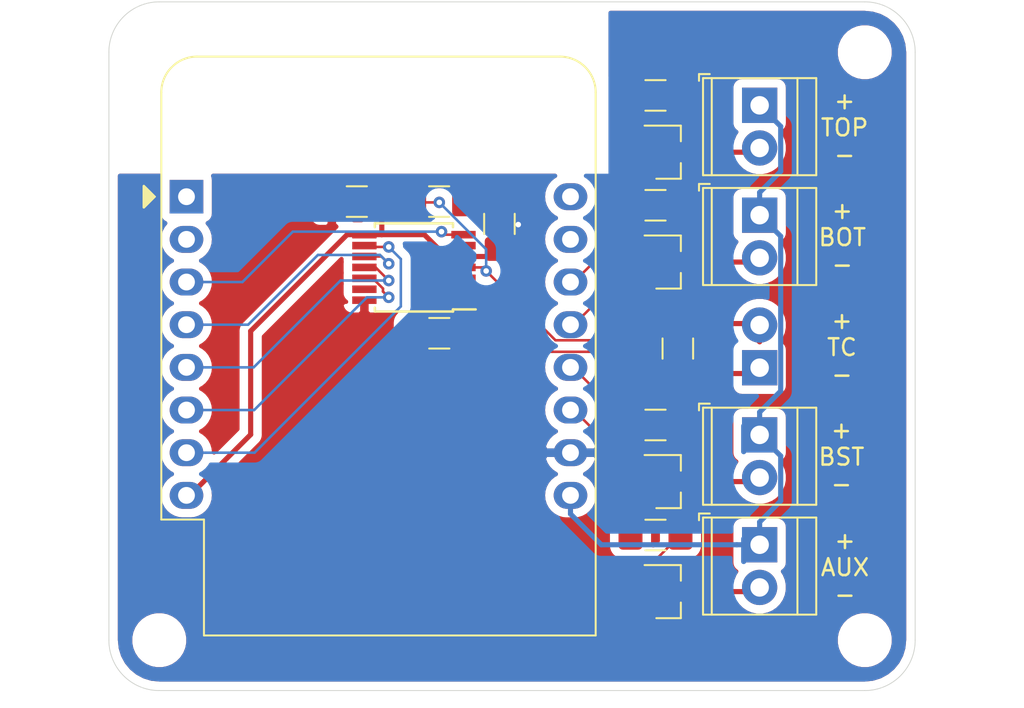
<source format=kicad_pcb>
(kicad_pcb (version 20171130) (host pcbnew 5.1.2)

  (general
    (thickness 1.6)
    (drawings 13)
    (tracks 124)
    (zones 0)
    (modules 24)
    (nets 29)
  )

  (page USLetter)
  (title_block
    (title "Reflow Oven Controller")
    (date 2019-08-02)
    (rev v02)
    (company "Brian Salcedo")
    (comment 1 WTFPL)
  )

  (layers
    (0 F.Cu signal)
    (31 B.Cu signal)
    (32 B.Adhes user)
    (33 F.Adhes user)
    (34 B.Paste user)
    (35 F.Paste user)
    (36 B.SilkS user)
    (37 F.SilkS user)
    (38 B.Mask user)
    (39 F.Mask user)
    (40 Dwgs.User user)
    (41 Cmts.User user)
    (42 Eco1.User user)
    (43 Eco2.User user)
    (44 Edge.Cuts user)
    (45 Margin user)
    (46 B.CrtYd user)
    (47 F.CrtYd user)
    (48 B.Fab user)
    (49 F.Fab user)
  )

  (setup
    (last_trace_width 0.3048)
    (user_trace_width 0.3048)
    (trace_clearance 0.0508)
    (zone_clearance 0.508)
    (zone_45_only no)
    (trace_min 0.1524)
    (via_size 0.6858)
    (via_drill 0.3302)
    (via_min_size 0.6858)
    (via_min_drill 0.3302)
    (uvia_size 0.6858)
    (uvia_drill 0.3302)
    (uvias_allowed no)
    (uvia_min_size 0.6858)
    (uvia_min_drill 0.3302)
    (edge_width 0.05)
    (segment_width 0.2)
    (pcb_text_width 0.3)
    (pcb_text_size 1.5 1.5)
    (mod_edge_width 0.12)
    (mod_text_size 1 1)
    (mod_text_width 0.15)
    (pad_size 1.524 1.524)
    (pad_drill 0.762)
    (pad_to_mask_clearance 0.0508)
    (aux_axis_origin 0 0)
    (visible_elements FFFFFF7F)
    (pcbplotparams
      (layerselection 0x010fc_ffffffff)
      (usegerberextensions false)
      (usegerberattributes false)
      (usegerberadvancedattributes false)
      (creategerberjobfile false)
      (excludeedgelayer true)
      (linewidth 0.100000)
      (plotframeref false)
      (viasonmask false)
      (mode 1)
      (useauxorigin false)
      (hpglpennumber 1)
      (hpglpenspeed 20)
      (hpglpendiameter 15.000000)
      (psnegative false)
      (psa4output false)
      (plotreference true)
      (plotvalue true)
      (plotinvisibletext false)
      (padsonsilk false)
      (subtractmaskfromsilk false)
      (outputformat 1)
      (mirror false)
      (drillshape 0)
      (scaleselection 1)
      (outputdirectory ""))
  )

  (net 0 "")
  (net 1 GND)
  (net 2 +5V)
  (net 3 +3V3)
  (net 4 /SCK)
  (net 5 "Net-(Q1-Pad1)")
  (net 6 "Net-(Q2-Pad1)")
  (net 7 "Net-(Q3-Pad1)")
  (net 8 /CS)
  (net 9 /TOP)
  (net 10 /BOTTOM)
  (net 11 /AUX)
  (net 12 /MISO)
  (net 13 "Net-(C1-Pad2)")
  (net 14 "Net-(C2-Pad2)")
  (net 15 "Net-(J2-Pad2)")
  (net 16 "Net-(J3-Pad2)")
  (net 17 "Net-(J4-Pad2)")
  (net 18 "Net-(J5-Pad2)")
  (net 19 "Net-(Q4-Pad1)")
  (net 20 /BOOST)
  (net 21 "Net-(U1-Pad6)")
  (net 22 /DRDY)
  (net 23 /MOSI)
  (net 24 "Net-(U1-Pad13)")
  (net 25 "Net-(U2-Pad2)")
  (net 26 "Net-(U2-Pad1)")
  (net 27 "Net-(U2-Pad15)")
  (net 28 "Net-(U2-Pad16)")

  (net_class Default "This is the default net class."
    (clearance 0.0508)
    (trace_width 0.1524)
    (via_dia 0.6858)
    (via_drill 0.3302)
    (uvia_dia 0.6858)
    (uvia_drill 0.3302)
    (add_net +3V3)
    (add_net +5V)
    (add_net /AUX)
    (add_net /BOOST)
    (add_net /BOTTOM)
    (add_net /CS)
    (add_net /DRDY)
    (add_net /MISO)
    (add_net /MOSI)
    (add_net /SCK)
    (add_net /TOP)
    (add_net GND)
    (add_net "Net-(C1-Pad2)")
    (add_net "Net-(C2-Pad2)")
    (add_net "Net-(J2-Pad2)")
    (add_net "Net-(J3-Pad2)")
    (add_net "Net-(J4-Pad2)")
    (add_net "Net-(J5-Pad2)")
    (add_net "Net-(Q1-Pad1)")
    (add_net "Net-(Q2-Pad1)")
    (add_net "Net-(Q3-Pad1)")
    (add_net "Net-(Q4-Pad1)")
    (add_net "Net-(U1-Pad13)")
    (add_net "Net-(U1-Pad6)")
    (add_net "Net-(U2-Pad1)")
    (add_net "Net-(U2-Pad15)")
    (add_net "Net-(U2-Pad16)")
    (add_net "Net-(U2-Pad2)")
  )

  (module Module:WEMOS_D1_mini_light (layer F.Cu) (tedit 5BBFB1CE) (tstamp 5D472A1F)
    (at 96.83 78.28)
    (descr "16-pin module, column spacing 22.86 mm (900 mils), https://wiki.wemos.cc/products:d1:d1_mini, https://c1.staticflickr.com/1/734/31400410271_f278b087db_z.jpg")
    (tags "ESP8266 WiFi microcontroller")
    (path /5DA11F17)
    (fp_text reference U2 (at 22 27) (layer F.SilkS) hide
      (effects (font (size 1 1) (thickness 0.15)))
    )
    (fp_text value WeMos_D1_mini (at 11.7 0) (layer F.Fab)
      (effects (font (size 1 1) (thickness 0.15)))
    )
    (fp_line (start 1.04 26.12) (end 24.36 26.12) (layer F.SilkS) (width 0.12))
    (fp_line (start -1.5 19.22) (end -1.5 -6.21) (layer F.SilkS) (width 0.12))
    (fp_line (start 24.36 26.12) (end 24.36 -6.21) (layer F.SilkS) (width 0.12))
    (fp_line (start 22.24 -8.34) (end 0.63 -8.34) (layer F.SilkS) (width 0.12))
    (fp_line (start 1.17 25.99) (end 24.23 25.99) (layer F.Fab) (width 0.1))
    (fp_line (start 24.23 25.99) (end 24.23 -6.21) (layer F.Fab) (width 0.1))
    (fp_line (start 22.23 -8.21) (end 0.63 -8.21) (layer F.Fab) (width 0.1))
    (fp_line (start -1.37 1) (end -1.37 19.09) (layer F.Fab) (width 0.1))
    (fp_text user %R (at 11.43 10) (layer F.Fab)
      (effects (font (size 1 1) (thickness 0.15)))
    )
    (fp_line (start -1.62 -8.46) (end 24.48 -8.46) (layer F.CrtYd) (width 0.05))
    (fp_line (start 24.48 -8.41) (end 24.48 26.24) (layer F.CrtYd) (width 0.05))
    (fp_line (start 24.48 26.24) (end -1.62 26.24) (layer F.CrtYd) (width 0.05))
    (fp_line (start -1.62 26.24) (end -1.62 -8.46) (layer F.CrtYd) (width 0.05))
    (fp_poly (pts (xy -2.54 -0.635) (xy -2.54 0.635) (xy -1.905 0)) (layer F.SilkS) (width 0.15))
    (fp_line (start -1.35 -1.4) (end 24.25 -1.4) (layer Dwgs.User) (width 0.1))
    (fp_line (start 24.25 -1.4) (end 24.25 -8.2) (layer Dwgs.User) (width 0.1))
    (fp_line (start 24.25 -8.2) (end -1.35 -8.2) (layer Dwgs.User) (width 0.1))
    (fp_line (start -1.35 -8.2) (end -1.35 -1.4) (layer Dwgs.User) (width 0.1))
    (fp_line (start -1.35 -1.4) (end 5.45 -8.2) (layer Dwgs.User) (width 0.1))
    (fp_line (start 0.65 -1.4) (end 7.45 -8.2) (layer Dwgs.User) (width 0.1))
    (fp_line (start 2.65 -1.4) (end 9.45 -8.2) (layer Dwgs.User) (width 0.1))
    (fp_line (start 4.65 -1.4) (end 11.45 -8.2) (layer Dwgs.User) (width 0.1))
    (fp_line (start 6.65 -1.4) (end 13.45 -8.2) (layer Dwgs.User) (width 0.1))
    (fp_line (start 8.65 -1.4) (end 15.45 -8.2) (layer Dwgs.User) (width 0.1))
    (fp_line (start 10.65 -1.4) (end 17.45 -8.2) (layer Dwgs.User) (width 0.1))
    (fp_line (start 12.65 -1.4) (end 19.45 -8.2) (layer Dwgs.User) (width 0.1))
    (fp_line (start 14.65 -1.4) (end 21.45 -8.2) (layer Dwgs.User) (width 0.1))
    (fp_line (start 16.65 -1.4) (end 23.45 -8.2) (layer Dwgs.User) (width 0.1))
    (fp_line (start 18.65 -1.4) (end 24.25 -7) (layer Dwgs.User) (width 0.1))
    (fp_line (start 20.65 -1.4) (end 24.25 -5) (layer Dwgs.User) (width 0.1))
    (fp_line (start 22.65 -1.4) (end 24.25 -3) (layer Dwgs.User) (width 0.1))
    (fp_line (start -1.35 -3.4) (end 3.45 -8.2) (layer Dwgs.User) (width 0.1))
    (fp_line (start -1.3 -5.45) (end 1.45 -8.2) (layer Dwgs.User) (width 0.1))
    (fp_line (start -1.35 -7.4) (end -0.55 -8.2) (layer Dwgs.User) (width 0.1))
    (fp_line (start -1.37 19.09) (end 1.17 19.09) (layer F.Fab) (width 0.1))
    (fp_line (start 1.17 19.09) (end 1.17 25.99) (layer F.Fab) (width 0.1))
    (fp_line (start -1.37 -6.21) (end -1.37 -1) (layer F.Fab) (width 0.1))
    (fp_line (start -1.37 1) (end -0.37 0) (layer F.Fab) (width 0.1))
    (fp_line (start -0.37 0) (end -1.37 -1) (layer F.Fab) (width 0.1))
    (fp_arc (start 0.63 -6.21) (end 0.63 -8.21) (angle -90) (layer F.Fab) (width 0.1))
    (fp_arc (start 22.23 -6.21) (end 24.23 -6.19) (angle -90) (layer F.Fab) (width 0.1))
    (fp_line (start -1.5 19.22) (end 1.04 19.22) (layer F.SilkS) (width 0.12))
    (fp_line (start 1.04 19.22) (end 1.04 26.12) (layer F.SilkS) (width 0.12))
    (fp_arc (start 0.63 -6.21) (end 0.63 -8.34) (angle -90) (layer F.SilkS) (width 0.12))
    (fp_arc (start 22.23 -6.21) (end 24.36 -6.21) (angle -90) (layer F.SilkS) (width 0.12))
    (fp_text user "KEEP OUT" (at 11.43 -6.35) (layer Cmts.User)
      (effects (font (size 1 1) (thickness 0.15)))
    )
    (fp_text user "No copper" (at 11.43 -3.81) (layer Cmts.User)
      (effects (font (size 1 1) (thickness 0.15)))
    )
    (pad 2 thru_hole oval (at 0 2.54) (size 2 1.6) (drill 1) (layers *.Cu *.Mask)
      (net 25 "Net-(U2-Pad2)"))
    (pad 1 thru_hole rect (at 0 0) (size 2 2) (drill 1) (layers *.Cu *.Mask)
      (net 26 "Net-(U2-Pad1)"))
    (pad 3 thru_hole oval (at 0 5.08) (size 2 1.6) (drill 1) (layers *.Cu *.Mask)
      (net 22 /DRDY))
    (pad 4 thru_hole oval (at 0 7.62) (size 2 1.6) (drill 1) (layers *.Cu *.Mask)
      (net 4 /SCK))
    (pad 5 thru_hole oval (at 0 10.16) (size 2 1.6) (drill 1) (layers *.Cu *.Mask)
      (net 12 /MISO))
    (pad 6 thru_hole oval (at 0 12.7) (size 2 1.6) (drill 1) (layers *.Cu *.Mask)
      (net 23 /MOSI))
    (pad 7 thru_hole oval (at 0 15.24) (size 2 1.6) (drill 1) (layers *.Cu *.Mask)
      (net 8 /CS))
    (pad 8 thru_hole oval (at 0 17.78) (size 2 1.6) (drill 1) (layers *.Cu *.Mask)
      (net 3 +3V3))
    (pad 9 thru_hole oval (at 22.86 17.78) (size 2 1.6) (drill 1) (layers *.Cu *.Mask)
      (net 2 +5V))
    (pad 10 thru_hole oval (at 22.86 15.24) (size 2 1.6) (drill 1) (layers *.Cu *.Mask)
      (net 1 GND))
    (pad 11 thru_hole oval (at 22.86 12.7) (size 2 1.6) (drill 1) (layers *.Cu *.Mask)
      (net 11 /AUX))
    (pad 12 thru_hole oval (at 22.86 10.16) (size 2 1.6) (drill 1) (layers *.Cu *.Mask)
      (net 20 /BOOST))
    (pad 13 thru_hole oval (at 22.86 7.62) (size 2 1.6) (drill 1) (layers *.Cu *.Mask)
      (net 10 /BOTTOM))
    (pad 14 thru_hole oval (at 22.86 5.08) (size 2 1.6) (drill 1) (layers *.Cu *.Mask)
      (net 9 /TOP))
    (pad 15 thru_hole oval (at 22.86 2.54) (size 2 1.6) (drill 1) (layers *.Cu *.Mask)
      (net 27 "Net-(U2-Pad15)"))
    (pad 16 thru_hole oval (at 22.86 0) (size 2 1.6) (drill 1) (layers *.Cu *.Mask)
      (net 28 "Net-(U2-Pad16)"))
    (model ${KISYS3DMOD}/Module.3dshapes/WEMOS_D1_mini_light.wrl
      (at (xyz 0 0 0))
      (scale (xyz 1 1 1))
      (rotate (xyz 0 0 0))
    )
    (model ${KISYS3DMOD}/Connector_PinHeader_2.54mm.3dshapes/PinHeader_1x08_P2.54mm_Vertical.wrl
      (offset (xyz 0 0 9.5))
      (scale (xyz 1 1 1))
      (rotate (xyz 0 -180 0))
    )
    (model ${KISYS3DMOD}/Connector_PinHeader_2.54mm.3dshapes/PinHeader_1x08_P2.54mm_Vertical.wrl
      (offset (xyz 22.86 0 9.5))
      (scale (xyz 1 1 1))
      (rotate (xyz 0 -180 0))
    )
    (model ${KISYS3DMOD}/Connector_PinSocket_2.54mm.3dshapes/PinSocket_1x08_P2.54mm_Vertical.wrl
      (at (xyz 0 0 0))
      (scale (xyz 1 1 1))
      (rotate (xyz 0 0 0))
    )
    (model ${KISYS3DMOD}/Connector_PinSocket_2.54mm.3dshapes/PinSocket_1x08_P2.54mm_Vertical.wrl
      (offset (xyz 22.86 0 0))
      (scale (xyz 1 1 1))
      (rotate (xyz 0 0 0))
    )
  )

  (module MountingHole:MountingHole_2.2mm_M2 (layer F.Cu) (tedit 56D1B4CB) (tstamp 5D47E26F)
    (at 137.21 104.68)
    (descr "Mounting Hole 2.2mm, no annular, M2")
    (tags "mounting hole 2.2mm no annular m2")
    (attr virtual)
    (fp_text reference REF** (at 0 -3.2) (layer F.SilkS) hide
      (effects (font (size 1 1) (thickness 0.15)))
    )
    (fp_text value MountingHole_2.2mm_M2 (at 0 3.2) (layer F.Fab)
      (effects (font (size 1 1) (thickness 0.15)))
    )
    (fp_circle (center 0 0) (end 2.45 0) (layer F.CrtYd) (width 0.05))
    (fp_circle (center 0 0) (end 2.2 0) (layer Cmts.User) (width 0.15))
    (fp_text user %R (at 0.3 0) (layer F.Fab)
      (effects (font (size 1 1) (thickness 0.15)))
    )
    (pad 1 np_thru_hole circle (at 0 0) (size 2.2 2.2) (drill 2.2) (layers *.Cu *.Mask))
  )

  (module MountingHole:MountingHole_2.2mm_M2 (layer F.Cu) (tedit 56D1B4CB) (tstamp 5D47E1F7)
    (at 95.21 104.68)
    (descr "Mounting Hole 2.2mm, no annular, M2")
    (tags "mounting hole 2.2mm no annular m2")
    (attr virtual)
    (fp_text reference REF** (at 0 -3.2) (layer F.SilkS) hide
      (effects (font (size 1 1) (thickness 0.15)))
    )
    (fp_text value MountingHole_2.2mm_M2 (at 0 3.2) (layer F.Fab)
      (effects (font (size 1 1) (thickness 0.15)))
    )
    (fp_circle (center 0 0) (end 2.45 0) (layer F.CrtYd) (width 0.05))
    (fp_circle (center 0 0) (end 2.2 0) (layer Cmts.User) (width 0.15))
    (fp_text user %R (at 0.3 0) (layer F.Fab)
      (effects (font (size 1 1) (thickness 0.15)))
    )
    (pad 1 np_thru_hole circle (at 0 0) (size 2.2 2.2) (drill 2.2) (layers *.Cu *.Mask))
  )

  (module MountingHole:MountingHole_2.2mm_M2 (layer F.Cu) (tedit 56D1B4CB) (tstamp 5D47E17F)
    (at 95.21 69.68)
    (descr "Mounting Hole 2.2mm, no annular, M2")
    (tags "mounting hole 2.2mm no annular m2")
    (attr virtual)
    (fp_text reference REF** (at 0 -3.2) (layer F.SilkS) hide
      (effects (font (size 1 1) (thickness 0.15)))
    )
    (fp_text value MountingHole_2.2mm_M2 (at 0 3.2) (layer F.Fab)
      (effects (font (size 1 1) (thickness 0.15)))
    )
    (fp_circle (center 0 0) (end 2.45 0) (layer F.CrtYd) (width 0.05))
    (fp_circle (center 0 0) (end 2.2 0) (layer Cmts.User) (width 0.15))
    (fp_text user %R (at 0.3 0) (layer F.Fab)
      (effects (font (size 1 1) (thickness 0.15)))
    )
    (pad 1 np_thru_hole circle (at 0 0) (size 2.2 2.2) (drill 2.2) (layers *.Cu *.Mask))
  )

  (module MountingHole:MountingHole_2.2mm_M2 (layer F.Cu) (tedit 56D1B4CB) (tstamp 5D47E0C3)
    (at 137.21 69.68)
    (descr "Mounting Hole 2.2mm, no annular, M2")
    (tags "mounting hole 2.2mm no annular m2")
    (attr virtual)
    (fp_text reference REF** (at 0 -3.2) (layer F.SilkS) hide
      (effects (font (size 1 1) (thickness 0.15)))
    )
    (fp_text value MountingHole_2.2mm_M2 (at 0 3.2) (layer F.Fab)
      (effects (font (size 1 1) (thickness 0.15)))
    )
    (fp_circle (center 0 0) (end 2.45 0) (layer F.CrtYd) (width 0.05))
    (fp_circle (center 0 0) (end 2.2 0) (layer Cmts.User) (width 0.15))
    (fp_text user %R (at 0.3 0) (layer F.Fab)
      (effects (font (size 1 1) (thickness 0.15)))
    )
    (pad 1 np_thru_hole circle (at 0 0) (size 2.2 2.2) (drill 2.2) (layers *.Cu *.Mask))
  )

  (module TerminalBlock_TE-Connectivity:TerminalBlock_TE_282834-2_1x02_P2.54mm_Horizontal (layer F.Cu) (tedit 5D475404) (tstamp 5D47EB85)
    (at 130.95 88.46 90)
    (descr "Terminal Block TE 282834-2, 2 pins, pitch 2.54mm, size 5.54x6.5mm^2, drill diamater 1.1mm, pad diameter 2.1mm, see http://www.te.com/commerce/DocumentDelivery/DDEController?Action=showdoc&DocId=Customer+Drawing%7F282834%7FC1%7Fpdf%7FEnglish%7FENG_CD_282834_C1.pdf, script-generated using https://github.com/pointhi/kicad-footprint-generator/scripts/TerminalBlock_TE-Connectivity")
    (tags "THT Terminal Block TE 282834-2 pitch 2.54mm size 5.54x6.5mm^2 drill 1.1mm pad 2.1mm")
    (path /5D505EFC)
    (fp_text reference J1 (at 1.27 -4.37 90) (layer F.SilkS) hide
      (effects (font (size 1 1) (thickness 0.15)))
    )
    (fp_text value TC (at 1.27 4.37 90) (layer F.Fab)
      (effects (font (size 1 1) (thickness 0.15)))
    )
    (fp_circle (center 0 0) (end 1.1 0) (layer F.Fab) (width 0.1))
    (fp_circle (center 2.54 0) (end 3.64 0) (layer F.Fab) (width 0.1))
    (fp_line (start -1.5 -3.25) (end 4.04 -3.25) (layer F.Fab) (width 0.1))
    (fp_line (start 4.04 -3.25) (end 4.04 3.25) (layer F.Fab) (width 0.1))
    (fp_line (start 4.04 3.25) (end -1.1 3.25) (layer F.Fab) (width 0.1))
    (fp_line (start -1.1 3.25) (end -1.5 2.85) (layer F.Fab) (width 0.1))
    (fp_line (start -1.5 2.85) (end -1.5 -3.25) (layer F.Fab) (width 0.1))
    (fp_line (start -1.5 2.85) (end 4.04 2.85) (layer F.Fab) (width 0.1))
    (fp_line (start -1.5 -2.25) (end 4.04 -2.25) (layer F.Fab) (width 0.1))
    (fp_line (start 0.835 -0.7) (end -0.701 0.835) (layer F.Fab) (width 0.1))
    (fp_line (start 0.701 -0.835) (end -0.835 0.7) (layer F.Fab) (width 0.1))
    (fp_line (start 3.375 -0.7) (end 1.84 0.835) (layer F.Fab) (width 0.1))
    (fp_line (start 3.241 -0.835) (end 1.706 0.7) (layer F.Fab) (width 0.1))
    (fp_line (start -2 -3.75) (end -2 3.75) (layer F.CrtYd) (width 0.05))
    (fp_line (start -2 3.75) (end 4.54 3.75) (layer F.CrtYd) (width 0.05))
    (fp_line (start 4.54 3.75) (end 4.54 -3.75) (layer F.CrtYd) (width 0.05))
    (fp_line (start 4.54 -3.75) (end -2 -3.75) (layer F.CrtYd) (width 0.05))
    (fp_text user %R (at 1.27 2 90) (layer F.Fab)
      (effects (font (size 1 1) (thickness 0.15)))
    )
    (pad 1 thru_hole rect (at 0 0 90) (size 2.1 2.1) (drill 1.1) (layers *.Cu *.Mask)
      (net 14 "Net-(C2-Pad2)"))
    (pad 2 thru_hole circle (at 2.54 0 90) (size 2.1 2.1) (drill 1.1) (layers *.Cu *.Mask)
      (net 13 "Net-(C1-Pad2)"))
    (model ${KISYS3DMOD}/TerminalBlock_TE-Connectivity.3dshapes/TerminalBlock_TE_282834-2_1x02_P2.54mm_Horizontal.wrl
      (at (xyz 0 0 0))
      (scale (xyz 1 1 1))
      (rotate (xyz 0 0 0))
    )
  )

  (module TerminalBlock_TE-Connectivity:TerminalBlock_TE_282834-2_1x02_P2.54mm_Horizontal (layer F.Cu) (tedit 5B1EC513) (tstamp 5D47E96E)
    (at 130.95 72.84 270)
    (descr "Terminal Block TE 282834-2, 2 pins, pitch 2.54mm, size 5.54x6.5mm^2, drill diamater 1.1mm, pad diameter 2.1mm, see http://www.te.com/commerce/DocumentDelivery/DDEController?Action=showdoc&DocId=Customer+Drawing%7F282834%7FC1%7Fpdf%7FEnglish%7FENG_CD_282834_C1.pdf, script-generated using https://github.com/pointhi/kicad-footprint-generator/scripts/TerminalBlock_TE-Connectivity")
    (tags "THT Terminal Block TE 282834-2 pitch 2.54mm size 5.54x6.5mm^2 drill 1.1mm pad 2.1mm")
    (path /5D5D598A)
    (fp_text reference J2 (at 1.27 -4.37 90) (layer F.SilkS) hide
      (effects (font (size 1 1) (thickness 0.15)))
    )
    (fp_text value TOP (at 1.27 4.37 90) (layer F.Fab)
      (effects (font (size 1 1) (thickness 0.15)))
    )
    (fp_circle (center 0 0) (end 1.1 0) (layer F.Fab) (width 0.1))
    (fp_circle (center 2.54 0) (end 3.64 0) (layer F.Fab) (width 0.1))
    (fp_line (start -1.5 -3.25) (end 4.04 -3.25) (layer F.Fab) (width 0.1))
    (fp_line (start 4.04 -3.25) (end 4.04 3.25) (layer F.Fab) (width 0.1))
    (fp_line (start 4.04 3.25) (end -1.1 3.25) (layer F.Fab) (width 0.1))
    (fp_line (start -1.1 3.25) (end -1.5 2.85) (layer F.Fab) (width 0.1))
    (fp_line (start -1.5 2.85) (end -1.5 -3.25) (layer F.Fab) (width 0.1))
    (fp_line (start -1.5 2.85) (end 4.04 2.85) (layer F.Fab) (width 0.1))
    (fp_line (start -1.62 2.85) (end 4.16 2.85) (layer F.SilkS) (width 0.12))
    (fp_line (start -1.5 -2.25) (end 4.04 -2.25) (layer F.Fab) (width 0.1))
    (fp_line (start -1.62 -2.25) (end 4.16 -2.25) (layer F.SilkS) (width 0.12))
    (fp_line (start -1.62 -3.37) (end 4.16 -3.37) (layer F.SilkS) (width 0.12))
    (fp_line (start -1.62 3.37) (end 4.16 3.37) (layer F.SilkS) (width 0.12))
    (fp_line (start -1.62 -3.37) (end -1.62 3.37) (layer F.SilkS) (width 0.12))
    (fp_line (start 4.16 -3.37) (end 4.16 3.37) (layer F.SilkS) (width 0.12))
    (fp_line (start 0.835 -0.7) (end -0.701 0.835) (layer F.Fab) (width 0.1))
    (fp_line (start 0.701 -0.835) (end -0.835 0.7) (layer F.Fab) (width 0.1))
    (fp_line (start 3.375 -0.7) (end 1.84 0.835) (layer F.Fab) (width 0.1))
    (fp_line (start 3.241 -0.835) (end 1.706 0.7) (layer F.Fab) (width 0.1))
    (fp_line (start -1.86 2.97) (end -1.86 3.61) (layer F.SilkS) (width 0.12))
    (fp_line (start -1.86 3.61) (end -1.46 3.61) (layer F.SilkS) (width 0.12))
    (fp_line (start -2 -3.75) (end -2 3.75) (layer F.CrtYd) (width 0.05))
    (fp_line (start -2 3.75) (end 4.54 3.75) (layer F.CrtYd) (width 0.05))
    (fp_line (start 4.54 3.75) (end 4.54 -3.75) (layer F.CrtYd) (width 0.05))
    (fp_line (start 4.54 -3.75) (end -2 -3.75) (layer F.CrtYd) (width 0.05))
    (fp_text user %R (at 1.27 2 90) (layer F.Fab)
      (effects (font (size 1 1) (thickness 0.15)))
    )
    (pad 1 thru_hole rect (at 0 0 270) (size 2.1 2.1) (drill 1.1) (layers *.Cu *.Mask)
      (net 2 +5V))
    (pad 2 thru_hole circle (at 2.54 0 270) (size 2.1 2.1) (drill 1.1) (layers *.Cu *.Mask)
      (net 15 "Net-(J2-Pad2)"))
    (model ${KISYS3DMOD}/TerminalBlock_TE-Connectivity.3dshapes/TerminalBlock_TE_282834-2_1x02_P2.54mm_Horizontal.wrl
      (at (xyz 0 0 0))
      (scale (xyz 1 1 1))
      (rotate (xyz 0 0 0))
    )
  )

  (module Capacitor_SMD:C_1206_3216Metric_Pad1.42x1.75mm_HandSolder (layer F.Cu) (tedit 5B301BBE) (tstamp 5D47283D)
    (at 111.87 78.57 180)
    (descr "Capacitor SMD 1206 (3216 Metric), square (rectangular) end terminal, IPC_7351 nominal with elongated pad for handsoldering. (Body size source: http://www.tortai-tech.com/upload/download/2011102023233369053.pdf), generated with kicad-footprint-generator")
    (tags "capacitor handsolder")
    (path /5D4CCEB2)
    (attr smd)
    (fp_text reference C1 (at 0 -1.82) (layer F.SilkS) hide
      (effects (font (size 1 1) (thickness 0.15)))
    )
    (fp_text value 0.01uF (at 0 1.82) (layer F.Fab)
      (effects (font (size 1 1) (thickness 0.15)))
    )
    (fp_text user %R (at 0 0) (layer F.Fab)
      (effects (font (size 0.8 0.8) (thickness 0.12)))
    )
    (fp_line (start 2.45 1.12) (end -2.45 1.12) (layer F.CrtYd) (width 0.05))
    (fp_line (start 2.45 -1.12) (end 2.45 1.12) (layer F.CrtYd) (width 0.05))
    (fp_line (start -2.45 -1.12) (end 2.45 -1.12) (layer F.CrtYd) (width 0.05))
    (fp_line (start -2.45 1.12) (end -2.45 -1.12) (layer F.CrtYd) (width 0.05))
    (fp_line (start -0.602064 0.91) (end 0.602064 0.91) (layer F.SilkS) (width 0.12))
    (fp_line (start -0.602064 -0.91) (end 0.602064 -0.91) (layer F.SilkS) (width 0.12))
    (fp_line (start 1.6 0.8) (end -1.6 0.8) (layer F.Fab) (width 0.1))
    (fp_line (start 1.6 -0.8) (end 1.6 0.8) (layer F.Fab) (width 0.1))
    (fp_line (start -1.6 -0.8) (end 1.6 -0.8) (layer F.Fab) (width 0.1))
    (fp_line (start -1.6 0.8) (end -1.6 -0.8) (layer F.Fab) (width 0.1))
    (pad 2 smd roundrect (at 1.4875 0 180) (size 1.425 1.75) (layers F.Cu F.Paste F.Mask) (roundrect_rratio 0.175439)
      (net 13 "Net-(C1-Pad2)"))
    (pad 1 smd roundrect (at -1.4875 0 180) (size 1.425 1.75) (layers F.Cu F.Paste F.Mask) (roundrect_rratio 0.175439)
      (net 1 GND))
    (model ${KISYS3DMOD}/Capacitor_SMD.3dshapes/C_1206_3216Metric.wrl
      (at (xyz 0 0 0))
      (scale (xyz 1 1 1))
      (rotate (xyz 0 0 0))
    )
  )

  (module Capacitor_SMD:C_1206_3216Metric_Pad1.42x1.75mm_HandSolder (layer F.Cu) (tedit 5B301BBE) (tstamp 5D47E9BC)
    (at 126.08 87.32 270)
    (descr "Capacitor SMD 1206 (3216 Metric), square (rectangular) end terminal, IPC_7351 nominal with elongated pad for handsoldering. (Body size source: http://www.tortai-tech.com/upload/download/2011102023233369053.pdf), generated with kicad-footprint-generator")
    (tags "capacitor handsolder")
    (path /5D4CD224)
    (attr smd)
    (fp_text reference C2 (at 0 -1.82 90) (layer F.SilkS) hide
      (effects (font (size 1 1) (thickness 0.15)))
    )
    (fp_text value 0.1uF (at 0 1.82 90) (layer F.Fab)
      (effects (font (size 1 1) (thickness 0.15)))
    )
    (fp_line (start -1.6 0.8) (end -1.6 -0.8) (layer F.Fab) (width 0.1))
    (fp_line (start -1.6 -0.8) (end 1.6 -0.8) (layer F.Fab) (width 0.1))
    (fp_line (start 1.6 -0.8) (end 1.6 0.8) (layer F.Fab) (width 0.1))
    (fp_line (start 1.6 0.8) (end -1.6 0.8) (layer F.Fab) (width 0.1))
    (fp_line (start -0.602064 -0.91) (end 0.602064 -0.91) (layer F.SilkS) (width 0.12))
    (fp_line (start -0.602064 0.91) (end 0.602064 0.91) (layer F.SilkS) (width 0.12))
    (fp_line (start -2.45 1.12) (end -2.45 -1.12) (layer F.CrtYd) (width 0.05))
    (fp_line (start -2.45 -1.12) (end 2.45 -1.12) (layer F.CrtYd) (width 0.05))
    (fp_line (start 2.45 -1.12) (end 2.45 1.12) (layer F.CrtYd) (width 0.05))
    (fp_line (start 2.45 1.12) (end -2.45 1.12) (layer F.CrtYd) (width 0.05))
    (fp_text user %R (at 0 0 90) (layer F.Fab)
      (effects (font (size 0.8 0.8) (thickness 0.12)))
    )
    (pad 1 smd roundrect (at -1.4875 0 270) (size 1.425 1.75) (layers F.Cu F.Paste F.Mask) (roundrect_rratio 0.175439)
      (net 13 "Net-(C1-Pad2)"))
    (pad 2 smd roundrect (at 1.4875 0 270) (size 1.425 1.75) (layers F.Cu F.Paste F.Mask) (roundrect_rratio 0.175439)
      (net 14 "Net-(C2-Pad2)"))
    (model ${KISYS3DMOD}/Capacitor_SMD.3dshapes/C_1206_3216Metric.wrl
      (at (xyz 0 0 0))
      (scale (xyz 1 1 1))
      (rotate (xyz 0 0 0))
    )
  )

  (module Capacitor_SMD:C_1206_3216Metric_Pad1.42x1.75mm_HandSolder (layer F.Cu) (tedit 5B301BBE) (tstamp 5D47285F)
    (at 111.88 86.41)
    (descr "Capacitor SMD 1206 (3216 Metric), square (rectangular) end terminal, IPC_7351 nominal with elongated pad for handsoldering. (Body size source: http://www.tortai-tech.com/upload/download/2011102023233369053.pdf), generated with kicad-footprint-generator")
    (tags "capacitor handsolder")
    (path /5D4CCA2B)
    (attr smd)
    (fp_text reference C3 (at 0 -1.82) (layer F.SilkS) hide
      (effects (font (size 1 1) (thickness 0.15)))
    )
    (fp_text value 0.01uF (at 0 1.82) (layer F.Fab)
      (effects (font (size 1 1) (thickness 0.15)))
    )
    (fp_line (start -1.6 0.8) (end -1.6 -0.8) (layer F.Fab) (width 0.1))
    (fp_line (start -1.6 -0.8) (end 1.6 -0.8) (layer F.Fab) (width 0.1))
    (fp_line (start 1.6 -0.8) (end 1.6 0.8) (layer F.Fab) (width 0.1))
    (fp_line (start 1.6 0.8) (end -1.6 0.8) (layer F.Fab) (width 0.1))
    (fp_line (start -0.602064 -0.91) (end 0.602064 -0.91) (layer F.SilkS) (width 0.12))
    (fp_line (start -0.602064 0.91) (end 0.602064 0.91) (layer F.SilkS) (width 0.12))
    (fp_line (start -2.45 1.12) (end -2.45 -1.12) (layer F.CrtYd) (width 0.05))
    (fp_line (start -2.45 -1.12) (end 2.45 -1.12) (layer F.CrtYd) (width 0.05))
    (fp_line (start 2.45 -1.12) (end 2.45 1.12) (layer F.CrtYd) (width 0.05))
    (fp_line (start 2.45 1.12) (end -2.45 1.12) (layer F.CrtYd) (width 0.05))
    (fp_text user %R (at 0 0) (layer F.Fab)
      (effects (font (size 0.8 0.8) (thickness 0.12)))
    )
    (pad 1 smd roundrect (at -1.4875 0) (size 1.425 1.75) (layers F.Cu F.Paste F.Mask) (roundrect_rratio 0.175439)
      (net 14 "Net-(C2-Pad2)"))
    (pad 2 smd roundrect (at 1.4875 0) (size 1.425 1.75) (layers F.Cu F.Paste F.Mask) (roundrect_rratio 0.175439)
      (net 1 GND))
    (model ${KISYS3DMOD}/Capacitor_SMD.3dshapes/C_1206_3216Metric.wrl
      (at (xyz 0 0 0))
      (scale (xyz 1 1 1))
      (rotate (xyz 0 0 0))
    )
  )

  (module Capacitor_SMD:C_1206_3216Metric_Pad1.42x1.75mm_HandSolder (layer F.Cu) (tedit 5B301BBE) (tstamp 5D472870)
    (at 115.46 79.9 90)
    (descr "Capacitor SMD 1206 (3216 Metric), square (rectangular) end terminal, IPC_7351 nominal with elongated pad for handsoldering. (Body size source: http://www.tortai-tech.com/upload/download/2011102023233369053.pdf), generated with kicad-footprint-generator")
    (tags "capacitor handsolder")
    (path /5D4CC651)
    (attr smd)
    (fp_text reference C4 (at 0 -1.82 90) (layer F.SilkS) hide
      (effects (font (size 1 1) (thickness 0.15)))
    )
    (fp_text value 0.1uF (at 0 1.82 90) (layer F.Fab)
      (effects (font (size 1 1) (thickness 0.15)))
    )
    (fp_text user %R (at 0 0 90) (layer F.Fab)
      (effects (font (size 0.8 0.8) (thickness 0.12)))
    )
    (fp_line (start 2.45 1.12) (end -2.45 1.12) (layer F.CrtYd) (width 0.05))
    (fp_line (start 2.45 -1.12) (end 2.45 1.12) (layer F.CrtYd) (width 0.05))
    (fp_line (start -2.45 -1.12) (end 2.45 -1.12) (layer F.CrtYd) (width 0.05))
    (fp_line (start -2.45 1.12) (end -2.45 -1.12) (layer F.CrtYd) (width 0.05))
    (fp_line (start -0.602064 0.91) (end 0.602064 0.91) (layer F.SilkS) (width 0.12))
    (fp_line (start -0.602064 -0.91) (end 0.602064 -0.91) (layer F.SilkS) (width 0.12))
    (fp_line (start 1.6 0.8) (end -1.6 0.8) (layer F.Fab) (width 0.1))
    (fp_line (start 1.6 -0.8) (end 1.6 0.8) (layer F.Fab) (width 0.1))
    (fp_line (start -1.6 -0.8) (end 1.6 -0.8) (layer F.Fab) (width 0.1))
    (fp_line (start -1.6 0.8) (end -1.6 -0.8) (layer F.Fab) (width 0.1))
    (pad 2 smd roundrect (at 1.4875 0 90) (size 1.425 1.75) (layers F.Cu F.Paste F.Mask) (roundrect_rratio 0.175439)
      (net 1 GND))
    (pad 1 smd roundrect (at -1.4875 0 90) (size 1.425 1.75) (layers F.Cu F.Paste F.Mask) (roundrect_rratio 0.175439)
      (net 3 +3V3))
    (model ${KISYS3DMOD}/Capacitor_SMD.3dshapes/C_1206_3216Metric.wrl
      (at (xyz 0 0 0))
      (scale (xyz 1 1 1))
      (rotate (xyz 0 0 0))
    )
  )

  (module Capacitor_SMD:C_1206_3216Metric_Pad1.42x1.75mm_HandSolder (layer F.Cu) (tedit 5B301BBE) (tstamp 5D472881)
    (at 106.97 78.57 180)
    (descr "Capacitor SMD 1206 (3216 Metric), square (rectangular) end terminal, IPC_7351 nominal with elongated pad for handsoldering. (Body size source: http://www.tortai-tech.com/upload/download/2011102023233369053.pdf), generated with kicad-footprint-generator")
    (tags "capacitor handsolder")
    (path /5D4CBCF6)
    (attr smd)
    (fp_text reference C5 (at 0 -1.82) (layer F.SilkS) hide
      (effects (font (size 1 1) (thickness 0.15)))
    )
    (fp_text value 0.1uF (at 0 1.82) (layer F.Fab)
      (effects (font (size 1 1) (thickness 0.15)))
    )
    (fp_line (start -1.6 0.8) (end -1.6 -0.8) (layer F.Fab) (width 0.1))
    (fp_line (start -1.6 -0.8) (end 1.6 -0.8) (layer F.Fab) (width 0.1))
    (fp_line (start 1.6 -0.8) (end 1.6 0.8) (layer F.Fab) (width 0.1))
    (fp_line (start 1.6 0.8) (end -1.6 0.8) (layer F.Fab) (width 0.1))
    (fp_line (start -0.602064 -0.91) (end 0.602064 -0.91) (layer F.SilkS) (width 0.12))
    (fp_line (start -0.602064 0.91) (end 0.602064 0.91) (layer F.SilkS) (width 0.12))
    (fp_line (start -2.45 1.12) (end -2.45 -1.12) (layer F.CrtYd) (width 0.05))
    (fp_line (start -2.45 -1.12) (end 2.45 -1.12) (layer F.CrtYd) (width 0.05))
    (fp_line (start 2.45 -1.12) (end 2.45 1.12) (layer F.CrtYd) (width 0.05))
    (fp_line (start 2.45 1.12) (end -2.45 1.12) (layer F.CrtYd) (width 0.05))
    (fp_text user %R (at 0 0) (layer F.Fab)
      (effects (font (size 0.8 0.8) (thickness 0.12)))
    )
    (pad 1 smd roundrect (at -1.4875 0 180) (size 1.425 1.75) (layers F.Cu F.Paste F.Mask) (roundrect_rratio 0.175439)
      (net 3 +3V3))
    (pad 2 smd roundrect (at 1.4875 0 180) (size 1.425 1.75) (layers F.Cu F.Paste F.Mask) (roundrect_rratio 0.175439)
      (net 1 GND))
    (model ${KISYS3DMOD}/Capacitor_SMD.3dshapes/C_1206_3216Metric.wrl
      (at (xyz 0 0 0))
      (scale (xyz 1 1 1))
      (rotate (xyz 0 0 0))
    )
  )

  (module TerminalBlock_TE-Connectivity:TerminalBlock_TE_282834-2_1x02_P2.54mm_Horizontal (layer F.Cu) (tedit 5B1EC513) (tstamp 5D47EA2B)
    (at 130.95 79.38 270)
    (descr "Terminal Block TE 282834-2, 2 pins, pitch 2.54mm, size 5.54x6.5mm^2, drill diamater 1.1mm, pad diameter 2.1mm, see http://www.te.com/commerce/DocumentDelivery/DDEController?Action=showdoc&DocId=Customer+Drawing%7F282834%7FC1%7Fpdf%7FEnglish%7FENG_CD_282834_C1.pdf, script-generated using https://github.com/pointhi/kicad-footprint-generator/scripts/TerminalBlock_TE-Connectivity")
    (tags "THT Terminal Block TE 282834-2 pitch 2.54mm size 5.54x6.5mm^2 drill 1.1mm pad 2.1mm")
    (path /5D5D6C62)
    (fp_text reference J3 (at 1.27 -4.37 90) (layer F.SilkS) hide
      (effects (font (size 1 1) (thickness 0.15)))
    )
    (fp_text value BOTTOM (at 1.27 4.37 90) (layer F.Fab)
      (effects (font (size 1 1) (thickness 0.15)))
    )
    (fp_circle (center 0 0) (end 1.1 0) (layer F.Fab) (width 0.1))
    (fp_circle (center 2.54 0) (end 3.64 0) (layer F.Fab) (width 0.1))
    (fp_line (start -1.5 -3.25) (end 4.04 -3.25) (layer F.Fab) (width 0.1))
    (fp_line (start 4.04 -3.25) (end 4.04 3.25) (layer F.Fab) (width 0.1))
    (fp_line (start 4.04 3.25) (end -1.1 3.25) (layer F.Fab) (width 0.1))
    (fp_line (start -1.1 3.25) (end -1.5 2.85) (layer F.Fab) (width 0.1))
    (fp_line (start -1.5 2.85) (end -1.5 -3.25) (layer F.Fab) (width 0.1))
    (fp_line (start -1.5 2.85) (end 4.04 2.85) (layer F.Fab) (width 0.1))
    (fp_line (start -1.62 2.85) (end 4.16 2.85) (layer F.SilkS) (width 0.12))
    (fp_line (start -1.5 -2.25) (end 4.04 -2.25) (layer F.Fab) (width 0.1))
    (fp_line (start -1.62 -2.25) (end 4.16 -2.25) (layer F.SilkS) (width 0.12))
    (fp_line (start -1.62 -3.37) (end 4.16 -3.37) (layer F.SilkS) (width 0.12))
    (fp_line (start -1.62 3.37) (end 4.16 3.37) (layer F.SilkS) (width 0.12))
    (fp_line (start -1.62 -3.37) (end -1.62 3.37) (layer F.SilkS) (width 0.12))
    (fp_line (start 4.16 -3.37) (end 4.16 3.37) (layer F.SilkS) (width 0.12))
    (fp_line (start 0.835 -0.7) (end -0.701 0.835) (layer F.Fab) (width 0.1))
    (fp_line (start 0.701 -0.835) (end -0.835 0.7) (layer F.Fab) (width 0.1))
    (fp_line (start 3.375 -0.7) (end 1.84 0.835) (layer F.Fab) (width 0.1))
    (fp_line (start 3.241 -0.835) (end 1.706 0.7) (layer F.Fab) (width 0.1))
    (fp_line (start -1.86 2.97) (end -1.86 3.61) (layer F.SilkS) (width 0.12))
    (fp_line (start -1.86 3.61) (end -1.46 3.61) (layer F.SilkS) (width 0.12))
    (fp_line (start -2 -3.75) (end -2 3.75) (layer F.CrtYd) (width 0.05))
    (fp_line (start -2 3.75) (end 4.54 3.75) (layer F.CrtYd) (width 0.05))
    (fp_line (start 4.54 3.75) (end 4.54 -3.75) (layer F.CrtYd) (width 0.05))
    (fp_line (start 4.54 -3.75) (end -2 -3.75) (layer F.CrtYd) (width 0.05))
    (fp_text user %R (at 1.27 2 90) (layer F.Fab)
      (effects (font (size 1 1) (thickness 0.15)))
    )
    (pad 1 thru_hole rect (at 0 0 270) (size 2.1 2.1) (drill 1.1) (layers *.Cu *.Mask)
      (net 2 +5V))
    (pad 2 thru_hole circle (at 2.54 0 270) (size 2.1 2.1) (drill 1.1) (layers *.Cu *.Mask)
      (net 16 "Net-(J3-Pad2)"))
    (model ${KISYS3DMOD}/TerminalBlock_TE-Connectivity.3dshapes/TerminalBlock_TE_282834-2_1x02_P2.54mm_Horizontal.wrl
      (at (xyz 0 0 0))
      (scale (xyz 1 1 1))
      (rotate (xyz 0 0 0))
    )
  )

  (module TerminalBlock_TE-Connectivity:TerminalBlock_TE_282834-2_1x02_P2.54mm_Horizontal (layer F.Cu) (tedit 5B1EC513) (tstamp 5D47EAB8)
    (at 130.95 92.46 270)
    (descr "Terminal Block TE 282834-2, 2 pins, pitch 2.54mm, size 5.54x6.5mm^2, drill diamater 1.1mm, pad diameter 2.1mm, see http://www.te.com/commerce/DocumentDelivery/DDEController?Action=showdoc&DocId=Customer+Drawing%7F282834%7FC1%7Fpdf%7FEnglish%7FENG_CD_282834_C1.pdf, script-generated using https://github.com/pointhi/kicad-footprint-generator/scripts/TerminalBlock_TE-Connectivity")
    (tags "THT Terminal Block TE 282834-2 pitch 2.54mm size 5.54x6.5mm^2 drill 1.1mm pad 2.1mm")
    (path /5DA88857)
    (fp_text reference J4 (at 1.27 -4.37 90) (layer F.SilkS) hide
      (effects (font (size 1 1) (thickness 0.15)))
    )
    (fp_text value BOOST (at 1.27 4.37 90) (layer F.Fab)
      (effects (font (size 1 1) (thickness 0.15)))
    )
    (fp_text user %R (at 1.27 2 90) (layer F.Fab)
      (effects (font (size 1 1) (thickness 0.15)))
    )
    (fp_line (start 4.54 -3.75) (end -2 -3.75) (layer F.CrtYd) (width 0.05))
    (fp_line (start 4.54 3.75) (end 4.54 -3.75) (layer F.CrtYd) (width 0.05))
    (fp_line (start -2 3.75) (end 4.54 3.75) (layer F.CrtYd) (width 0.05))
    (fp_line (start -2 -3.75) (end -2 3.75) (layer F.CrtYd) (width 0.05))
    (fp_line (start -1.86 3.61) (end -1.46 3.61) (layer F.SilkS) (width 0.12))
    (fp_line (start -1.86 2.97) (end -1.86 3.61) (layer F.SilkS) (width 0.12))
    (fp_line (start 3.241 -0.835) (end 1.706 0.7) (layer F.Fab) (width 0.1))
    (fp_line (start 3.375 -0.7) (end 1.84 0.835) (layer F.Fab) (width 0.1))
    (fp_line (start 0.701 -0.835) (end -0.835 0.7) (layer F.Fab) (width 0.1))
    (fp_line (start 0.835 -0.7) (end -0.701 0.835) (layer F.Fab) (width 0.1))
    (fp_line (start 4.16 -3.37) (end 4.16 3.37) (layer F.SilkS) (width 0.12))
    (fp_line (start -1.62 -3.37) (end -1.62 3.37) (layer F.SilkS) (width 0.12))
    (fp_line (start -1.62 3.37) (end 4.16 3.37) (layer F.SilkS) (width 0.12))
    (fp_line (start -1.62 -3.37) (end 4.16 -3.37) (layer F.SilkS) (width 0.12))
    (fp_line (start -1.62 -2.25) (end 4.16 -2.25) (layer F.SilkS) (width 0.12))
    (fp_line (start -1.5 -2.25) (end 4.04 -2.25) (layer F.Fab) (width 0.1))
    (fp_line (start -1.62 2.85) (end 4.16 2.85) (layer F.SilkS) (width 0.12))
    (fp_line (start -1.5 2.85) (end 4.04 2.85) (layer F.Fab) (width 0.1))
    (fp_line (start -1.5 2.85) (end -1.5 -3.25) (layer F.Fab) (width 0.1))
    (fp_line (start -1.1 3.25) (end -1.5 2.85) (layer F.Fab) (width 0.1))
    (fp_line (start 4.04 3.25) (end -1.1 3.25) (layer F.Fab) (width 0.1))
    (fp_line (start 4.04 -3.25) (end 4.04 3.25) (layer F.Fab) (width 0.1))
    (fp_line (start -1.5 -3.25) (end 4.04 -3.25) (layer F.Fab) (width 0.1))
    (fp_circle (center 2.54 0) (end 3.64 0) (layer F.Fab) (width 0.1))
    (fp_circle (center 0 0) (end 1.1 0) (layer F.Fab) (width 0.1))
    (pad 2 thru_hole circle (at 2.54 0 270) (size 2.1 2.1) (drill 1.1) (layers *.Cu *.Mask)
      (net 17 "Net-(J4-Pad2)"))
    (pad 1 thru_hole rect (at 0 0 270) (size 2.1 2.1) (drill 1.1) (layers *.Cu *.Mask)
      (net 2 +5V))
    (model ${KISYS3DMOD}/TerminalBlock_TE-Connectivity.3dshapes/TerminalBlock_TE_282834-2_1x02_P2.54mm_Horizontal.wrl
      (at (xyz 0 0 0))
      (scale (xyz 1 1 1))
      (rotate (xyz 0 0 0))
    )
  )

  (module TerminalBlock_TE-Connectivity:TerminalBlock_TE_282834-2_1x02_P2.54mm_Horizontal (layer F.Cu) (tedit 5B1EC513) (tstamp 5D47EBD5)
    (at 130.95 99 270)
    (descr "Terminal Block TE 282834-2, 2 pins, pitch 2.54mm, size 5.54x6.5mm^2, drill diamater 1.1mm, pad diameter 2.1mm, see http://www.te.com/commerce/DocumentDelivery/DDEController?Action=showdoc&DocId=Customer+Drawing%7F282834%7FC1%7Fpdf%7FEnglish%7FENG_CD_282834_C1.pdf, script-generated using https://github.com/pointhi/kicad-footprint-generator/scripts/TerminalBlock_TE-Connectivity")
    (tags "THT Terminal Block TE 282834-2 pitch 2.54mm size 5.54x6.5mm^2 drill 1.1mm pad 2.1mm")
    (path /5D5D659D)
    (fp_text reference J5 (at 1.27 -4.37 90) (layer F.SilkS) hide
      (effects (font (size 1 1) (thickness 0.15)))
    )
    (fp_text value AUX (at 1.27 4.37 90) (layer F.Fab)
      (effects (font (size 1 1) (thickness 0.15)))
    )
    (fp_text user %R (at 1.27 2 90) (layer F.Fab)
      (effects (font (size 1 1) (thickness 0.15)))
    )
    (fp_line (start 4.54 -3.75) (end -2 -3.75) (layer F.CrtYd) (width 0.05))
    (fp_line (start 4.54 3.75) (end 4.54 -3.75) (layer F.CrtYd) (width 0.05))
    (fp_line (start -2 3.75) (end 4.54 3.75) (layer F.CrtYd) (width 0.05))
    (fp_line (start -2 -3.75) (end -2 3.75) (layer F.CrtYd) (width 0.05))
    (fp_line (start -1.86 3.61) (end -1.46 3.61) (layer F.SilkS) (width 0.12))
    (fp_line (start -1.86 2.97) (end -1.86 3.61) (layer F.SilkS) (width 0.12))
    (fp_line (start 3.241 -0.835) (end 1.706 0.7) (layer F.Fab) (width 0.1))
    (fp_line (start 3.375 -0.7) (end 1.84 0.835) (layer F.Fab) (width 0.1))
    (fp_line (start 0.701 -0.835) (end -0.835 0.7) (layer F.Fab) (width 0.1))
    (fp_line (start 0.835 -0.7) (end -0.701 0.835) (layer F.Fab) (width 0.1))
    (fp_line (start 4.16 -3.37) (end 4.16 3.37) (layer F.SilkS) (width 0.12))
    (fp_line (start -1.62 -3.37) (end -1.62 3.37) (layer F.SilkS) (width 0.12))
    (fp_line (start -1.62 3.37) (end 4.16 3.37) (layer F.SilkS) (width 0.12))
    (fp_line (start -1.62 -3.37) (end 4.16 -3.37) (layer F.SilkS) (width 0.12))
    (fp_line (start -1.62 -2.25) (end 4.16 -2.25) (layer F.SilkS) (width 0.12))
    (fp_line (start -1.5 -2.25) (end 4.04 -2.25) (layer F.Fab) (width 0.1))
    (fp_line (start -1.62 2.85) (end 4.16 2.85) (layer F.SilkS) (width 0.12))
    (fp_line (start -1.5 2.85) (end 4.04 2.85) (layer F.Fab) (width 0.1))
    (fp_line (start -1.5 2.85) (end -1.5 -3.25) (layer F.Fab) (width 0.1))
    (fp_line (start -1.1 3.25) (end -1.5 2.85) (layer F.Fab) (width 0.1))
    (fp_line (start 4.04 3.25) (end -1.1 3.25) (layer F.Fab) (width 0.1))
    (fp_line (start 4.04 -3.25) (end 4.04 3.25) (layer F.Fab) (width 0.1))
    (fp_line (start -1.5 -3.25) (end 4.04 -3.25) (layer F.Fab) (width 0.1))
    (fp_circle (center 2.54 0) (end 3.64 0) (layer F.Fab) (width 0.1))
    (fp_circle (center 0 0) (end 1.1 0) (layer F.Fab) (width 0.1))
    (pad 2 thru_hole circle (at 2.54 0 270) (size 2.1 2.1) (drill 1.1) (layers *.Cu *.Mask)
      (net 18 "Net-(J5-Pad2)"))
    (pad 1 thru_hole rect (at 0 0 270) (size 2.1 2.1) (drill 1.1) (layers *.Cu *.Mask)
      (net 2 +5V))
    (model ${KISYS3DMOD}/TerminalBlock_TE-Connectivity.3dshapes/TerminalBlock_TE_282834-2_1x02_P2.54mm_Horizontal.wrl
      (at (xyz 0 0 0))
      (scale (xyz 1 1 1))
      (rotate (xyz 0 0 0))
    )
  )

  (module Package_TO_SOT_SMD:SOT-23 (layer F.Cu) (tedit 5A02FF57) (tstamp 5D47ECC3)
    (at 125.5 75.63)
    (descr "SOT-23, Standard")
    (tags SOT-23)
    (path /5D4617CD)
    (attr smd)
    (fp_text reference Q1 (at 0 -2.5) (layer F.SilkS) hide
      (effects (font (size 1 1) (thickness 0.15)))
    )
    (fp_text value 2N7002 (at 0 2.5) (layer F.Fab)
      (effects (font (size 1 1) (thickness 0.15)))
    )
    (fp_text user %R (at 0 0 90) (layer F.Fab)
      (effects (font (size 0.5 0.5) (thickness 0.075)))
    )
    (fp_line (start -0.7 -0.95) (end -0.7 1.5) (layer F.Fab) (width 0.1))
    (fp_line (start -0.15 -1.52) (end 0.7 -1.52) (layer F.Fab) (width 0.1))
    (fp_line (start -0.7 -0.95) (end -0.15 -1.52) (layer F.Fab) (width 0.1))
    (fp_line (start 0.7 -1.52) (end 0.7 1.52) (layer F.Fab) (width 0.1))
    (fp_line (start -0.7 1.52) (end 0.7 1.52) (layer F.Fab) (width 0.1))
    (fp_line (start 0.76 1.58) (end 0.76 0.65) (layer F.SilkS) (width 0.12))
    (fp_line (start 0.76 -1.58) (end 0.76 -0.65) (layer F.SilkS) (width 0.12))
    (fp_line (start -1.7 -1.75) (end 1.7 -1.75) (layer F.CrtYd) (width 0.05))
    (fp_line (start 1.7 -1.75) (end 1.7 1.75) (layer F.CrtYd) (width 0.05))
    (fp_line (start 1.7 1.75) (end -1.7 1.75) (layer F.CrtYd) (width 0.05))
    (fp_line (start -1.7 1.75) (end -1.7 -1.75) (layer F.CrtYd) (width 0.05))
    (fp_line (start 0.76 -1.58) (end -1.4 -1.58) (layer F.SilkS) (width 0.12))
    (fp_line (start 0.76 1.58) (end -0.7 1.58) (layer F.SilkS) (width 0.12))
    (pad 1 smd rect (at -1 -0.95) (size 0.9 0.8) (layers F.Cu F.Paste F.Mask)
      (net 5 "Net-(Q1-Pad1)"))
    (pad 2 smd rect (at -1 0.95) (size 0.9 0.8) (layers F.Cu F.Paste F.Mask)
      (net 1 GND))
    (pad 3 smd rect (at 1 0) (size 0.9 0.8) (layers F.Cu F.Paste F.Mask)
      (net 15 "Net-(J2-Pad2)"))
    (model ${KISYS3DMOD}/Package_TO_SOT_SMD.3dshapes/SOT-23.wrl
      (at (xyz 0 0 0))
      (scale (xyz 1 1 1))
      (rotate (xyz 0 0 0))
    )
  )

  (module Package_TO_SOT_SMD:SOT-23 (layer F.Cu) (tedit 5A02FF57) (tstamp 5D47EB0A)
    (at 125.5 82.17)
    (descr "SOT-23, Standard")
    (tags SOT-23)
    (path /5D462776)
    (attr smd)
    (fp_text reference Q2 (at 0 -2.5) (layer F.SilkS) hide
      (effects (font (size 1 1) (thickness 0.15)))
    )
    (fp_text value 2N7002 (at 0 2.5) (layer F.Fab)
      (effects (font (size 1 1) (thickness 0.15)))
    )
    (fp_line (start 0.76 1.58) (end -0.7 1.58) (layer F.SilkS) (width 0.12))
    (fp_line (start 0.76 -1.58) (end -1.4 -1.58) (layer F.SilkS) (width 0.12))
    (fp_line (start -1.7 1.75) (end -1.7 -1.75) (layer F.CrtYd) (width 0.05))
    (fp_line (start 1.7 1.75) (end -1.7 1.75) (layer F.CrtYd) (width 0.05))
    (fp_line (start 1.7 -1.75) (end 1.7 1.75) (layer F.CrtYd) (width 0.05))
    (fp_line (start -1.7 -1.75) (end 1.7 -1.75) (layer F.CrtYd) (width 0.05))
    (fp_line (start 0.76 -1.58) (end 0.76 -0.65) (layer F.SilkS) (width 0.12))
    (fp_line (start 0.76 1.58) (end 0.76 0.65) (layer F.SilkS) (width 0.12))
    (fp_line (start -0.7 1.52) (end 0.7 1.52) (layer F.Fab) (width 0.1))
    (fp_line (start 0.7 -1.52) (end 0.7 1.52) (layer F.Fab) (width 0.1))
    (fp_line (start -0.7 -0.95) (end -0.15 -1.52) (layer F.Fab) (width 0.1))
    (fp_line (start -0.15 -1.52) (end 0.7 -1.52) (layer F.Fab) (width 0.1))
    (fp_line (start -0.7 -0.95) (end -0.7 1.5) (layer F.Fab) (width 0.1))
    (fp_text user %R (at 0 0 90) (layer F.Fab)
      (effects (font (size 0.5 0.5) (thickness 0.075)))
    )
    (pad 3 smd rect (at 1 0) (size 0.9 0.8) (layers F.Cu F.Paste F.Mask)
      (net 16 "Net-(J3-Pad2)"))
    (pad 2 smd rect (at -1 0.95) (size 0.9 0.8) (layers F.Cu F.Paste F.Mask)
      (net 1 GND))
    (pad 1 smd rect (at -1 -0.95) (size 0.9 0.8) (layers F.Cu F.Paste F.Mask)
      (net 6 "Net-(Q2-Pad1)"))
    (model ${KISYS3DMOD}/Package_TO_SOT_SMD.3dshapes/SOT-23.wrl
      (at (xyz 0 0 0))
      (scale (xyz 1 1 1))
      (rotate (xyz 0 0 0))
    )
  )

  (module Package_TO_SOT_SMD:SOT-23 (layer F.Cu) (tedit 5A02FF57) (tstamp 5D47EC87)
    (at 125.5 95.24)
    (descr "SOT-23, Standard")
    (tags SOT-23)
    (path /5DA86B64)
    (attr smd)
    (fp_text reference Q3 (at 0 -2.5) (layer F.SilkS) hide
      (effects (font (size 1 1) (thickness 0.15)))
    )
    (fp_text value 2N7002 (at 0 2.5) (layer F.Fab)
      (effects (font (size 1 1) (thickness 0.15)))
    )
    (fp_text user %R (at 0 0 90) (layer F.Fab)
      (effects (font (size 0.5 0.5) (thickness 0.075)))
    )
    (fp_line (start -0.7 -0.95) (end -0.7 1.5) (layer F.Fab) (width 0.1))
    (fp_line (start -0.15 -1.52) (end 0.7 -1.52) (layer F.Fab) (width 0.1))
    (fp_line (start -0.7 -0.95) (end -0.15 -1.52) (layer F.Fab) (width 0.1))
    (fp_line (start 0.7 -1.52) (end 0.7 1.52) (layer F.Fab) (width 0.1))
    (fp_line (start -0.7 1.52) (end 0.7 1.52) (layer F.Fab) (width 0.1))
    (fp_line (start 0.76 1.58) (end 0.76 0.65) (layer F.SilkS) (width 0.12))
    (fp_line (start 0.76 -1.58) (end 0.76 -0.65) (layer F.SilkS) (width 0.12))
    (fp_line (start -1.7 -1.75) (end 1.7 -1.75) (layer F.CrtYd) (width 0.05))
    (fp_line (start 1.7 -1.75) (end 1.7 1.75) (layer F.CrtYd) (width 0.05))
    (fp_line (start 1.7 1.75) (end -1.7 1.75) (layer F.CrtYd) (width 0.05))
    (fp_line (start -1.7 1.75) (end -1.7 -1.75) (layer F.CrtYd) (width 0.05))
    (fp_line (start 0.76 -1.58) (end -1.4 -1.58) (layer F.SilkS) (width 0.12))
    (fp_line (start 0.76 1.58) (end -0.7 1.58) (layer F.SilkS) (width 0.12))
    (pad 1 smd rect (at -1 -0.95) (size 0.9 0.8) (layers F.Cu F.Paste F.Mask)
      (net 7 "Net-(Q3-Pad1)"))
    (pad 2 smd rect (at -1 0.95) (size 0.9 0.8) (layers F.Cu F.Paste F.Mask)
      (net 1 GND))
    (pad 3 smd rect (at 1 0) (size 0.9 0.8) (layers F.Cu F.Paste F.Mask)
      (net 17 "Net-(J4-Pad2)"))
    (model ${KISYS3DMOD}/Package_TO_SOT_SMD.3dshapes/SOT-23.wrl
      (at (xyz 0 0 0))
      (scale (xyz 1 1 1))
      (rotate (xyz 0 0 0))
    )
  )

  (module Package_TO_SOT_SMD:SOT-23 (layer F.Cu) (tedit 5A02FF57) (tstamp 5D47EB46)
    (at 125.5 101.79)
    (descr "SOT-23, Standard")
    (tags SOT-23)
    (path /5D607945)
    (attr smd)
    (fp_text reference Q4 (at 0 -2.5) (layer F.SilkS) hide
      (effects (font (size 1 1) (thickness 0.15)))
    )
    (fp_text value 2N7002 (at 0.5 2.5) (layer F.Fab)
      (effects (font (size 1 1) (thickness 0.15)))
    )
    (fp_line (start 0.76 1.58) (end -0.7 1.58) (layer F.SilkS) (width 0.12))
    (fp_line (start 0.76 -1.58) (end -1.4 -1.58) (layer F.SilkS) (width 0.12))
    (fp_line (start -1.7 1.75) (end -1.7 -1.75) (layer F.CrtYd) (width 0.05))
    (fp_line (start 1.7 1.75) (end -1.7 1.75) (layer F.CrtYd) (width 0.05))
    (fp_line (start 1.7 -1.75) (end 1.7 1.75) (layer F.CrtYd) (width 0.05))
    (fp_line (start -1.7 -1.75) (end 1.7 -1.75) (layer F.CrtYd) (width 0.05))
    (fp_line (start 0.76 -1.58) (end 0.76 -0.65) (layer F.SilkS) (width 0.12))
    (fp_line (start 0.76 1.58) (end 0.76 0.65) (layer F.SilkS) (width 0.12))
    (fp_line (start -0.7 1.52) (end 0.7 1.52) (layer F.Fab) (width 0.1))
    (fp_line (start 0.7 -1.52) (end 0.7 1.52) (layer F.Fab) (width 0.1))
    (fp_line (start -0.7 -0.95) (end -0.15 -1.52) (layer F.Fab) (width 0.1))
    (fp_line (start -0.15 -1.52) (end 0.7 -1.52) (layer F.Fab) (width 0.1))
    (fp_line (start -0.7 -0.95) (end -0.7 1.5) (layer F.Fab) (width 0.1))
    (fp_text user %R (at 0 0 90) (layer F.Fab)
      (effects (font (size 0.5 0.5) (thickness 0.075)))
    )
    (pad 3 smd rect (at 1 0) (size 0.9 0.8) (layers F.Cu F.Paste F.Mask)
      (net 18 "Net-(J5-Pad2)"))
    (pad 2 smd rect (at -1 0.95) (size 0.9 0.8) (layers F.Cu F.Paste F.Mask)
      (net 1 GND))
    (pad 1 smd rect (at -1 -0.95) (size 0.9 0.8) (layers F.Cu F.Paste F.Mask)
      (net 19 "Net-(Q4-Pad1)"))
    (model ${KISYS3DMOD}/Package_TO_SOT_SMD.3dshapes/SOT-23.wrl
      (at (xyz 0 0 0))
      (scale (xyz 1 1 1))
      (rotate (xyz 0 0 0))
    )
  )

  (module Resistor_SMD:R_1206_3216Metric_Pad1.42x1.75mm_HandSolder (layer F.Cu) (tedit 5B301BBD) (tstamp 5D47EA79)
    (at 124.75 72.25 180)
    (descr "Resistor SMD 1206 (3216 Metric), square (rectangular) end terminal, IPC_7351 nominal with elongated pad for handsoldering. (Body size source: http://www.tortai-tech.com/upload/download/2011102023233369053.pdf), generated with kicad-footprint-generator")
    (tags "resistor handsolder")
    (path /5D485017)
    (attr smd)
    (fp_text reference R1 (at 0 -1.82) (layer F.SilkS) hide
      (effects (font (size 1 1) (thickness 0.15)))
    )
    (fp_text value 330 (at 0 1.82) (layer F.Fab)
      (effects (font (size 1 1) (thickness 0.15)))
    )
    (fp_text user %R (at 0 0) (layer F.Fab)
      (effects (font (size 0.8 0.8) (thickness 0.12)))
    )
    (fp_line (start 2.45 1.12) (end -2.45 1.12) (layer F.CrtYd) (width 0.05))
    (fp_line (start 2.45 -1.12) (end 2.45 1.12) (layer F.CrtYd) (width 0.05))
    (fp_line (start -2.45 -1.12) (end 2.45 -1.12) (layer F.CrtYd) (width 0.05))
    (fp_line (start -2.45 1.12) (end -2.45 -1.12) (layer F.CrtYd) (width 0.05))
    (fp_line (start -0.602064 0.91) (end 0.602064 0.91) (layer F.SilkS) (width 0.12))
    (fp_line (start -0.602064 -0.91) (end 0.602064 -0.91) (layer F.SilkS) (width 0.12))
    (fp_line (start 1.6 0.8) (end -1.6 0.8) (layer F.Fab) (width 0.1))
    (fp_line (start 1.6 -0.8) (end 1.6 0.8) (layer F.Fab) (width 0.1))
    (fp_line (start -1.6 -0.8) (end 1.6 -0.8) (layer F.Fab) (width 0.1))
    (fp_line (start -1.6 0.8) (end -1.6 -0.8) (layer F.Fab) (width 0.1))
    (pad 2 smd roundrect (at 1.4875 0 180) (size 1.425 1.75) (layers F.Cu F.Paste F.Mask) (roundrect_rratio 0.175439)
      (net 9 /TOP))
    (pad 1 smd roundrect (at -1.4875 0 180) (size 1.425 1.75) (layers F.Cu F.Paste F.Mask) (roundrect_rratio 0.175439)
      (net 5 "Net-(Q1-Pad1)"))
    (model ${KISYS3DMOD}/Resistor_SMD.3dshapes/R_1206_3216Metric.wrl
      (at (xyz 0 0 0))
      (scale (xyz 1 1 1))
      (rotate (xyz 0 0 0))
    )
  )

  (module Resistor_SMD:R_1206_3216Metric_Pad1.42x1.75mm_HandSolder (layer F.Cu) (tedit 5B301BBD) (tstamp 5D47EC23)
    (at 124.75 78.79 180)
    (descr "Resistor SMD 1206 (3216 Metric), square (rectangular) end terminal, IPC_7351 nominal with elongated pad for handsoldering. (Body size source: http://www.tortai-tech.com/upload/download/2011102023233369053.pdf), generated with kicad-footprint-generator")
    (tags "resistor handsolder")
    (path /5D4857C6)
    (attr smd)
    (fp_text reference R2 (at 0 -1.82) (layer F.SilkS) hide
      (effects (font (size 1 1) (thickness 0.15)))
    )
    (fp_text value 330 (at 0 1.82) (layer F.Fab)
      (effects (font (size 1 1) (thickness 0.15)))
    )
    (fp_line (start -1.6 0.8) (end -1.6 -0.8) (layer F.Fab) (width 0.1))
    (fp_line (start -1.6 -0.8) (end 1.6 -0.8) (layer F.Fab) (width 0.1))
    (fp_line (start 1.6 -0.8) (end 1.6 0.8) (layer F.Fab) (width 0.1))
    (fp_line (start 1.6 0.8) (end -1.6 0.8) (layer F.Fab) (width 0.1))
    (fp_line (start -0.602064 -0.91) (end 0.602064 -0.91) (layer F.SilkS) (width 0.12))
    (fp_line (start -0.602064 0.91) (end 0.602064 0.91) (layer F.SilkS) (width 0.12))
    (fp_line (start -2.45 1.12) (end -2.45 -1.12) (layer F.CrtYd) (width 0.05))
    (fp_line (start -2.45 -1.12) (end 2.45 -1.12) (layer F.CrtYd) (width 0.05))
    (fp_line (start 2.45 -1.12) (end 2.45 1.12) (layer F.CrtYd) (width 0.05))
    (fp_line (start 2.45 1.12) (end -2.45 1.12) (layer F.CrtYd) (width 0.05))
    (fp_text user %R (at 0 0) (layer F.Fab)
      (effects (font (size 0.8 0.8) (thickness 0.12)))
    )
    (pad 1 smd roundrect (at -1.4875 0 180) (size 1.425 1.75) (layers F.Cu F.Paste F.Mask) (roundrect_rratio 0.175439)
      (net 6 "Net-(Q2-Pad1)"))
    (pad 2 smd roundrect (at 1.4875 0 180) (size 1.425 1.75) (layers F.Cu F.Paste F.Mask) (roundrect_rratio 0.175439)
      (net 10 /BOTTOM))
    (model ${KISYS3DMOD}/Resistor_SMD.3dshapes/R_1206_3216Metric.wrl
      (at (xyz 0 0 0))
      (scale (xyz 1 1 1))
      (rotate (xyz 0 0 0))
    )
  )

  (module Resistor_SMD:R_1206_3216Metric_Pad1.42x1.75mm_HandSolder (layer F.Cu) (tedit 5B301BBD) (tstamp 5D47E9EC)
    (at 124.75 91.87 180)
    (descr "Resistor SMD 1206 (3216 Metric), square (rectangular) end terminal, IPC_7351 nominal with elongated pad for handsoldering. (Body size source: http://www.tortai-tech.com/upload/download/2011102023233369053.pdf), generated with kicad-footprint-generator")
    (tags "resistor handsolder")
    (path /5DA881B8)
    (attr smd)
    (fp_text reference R3 (at 0 -1.82) (layer F.SilkS) hide
      (effects (font (size 1 1) (thickness 0.15)))
    )
    (fp_text value 330 (at 0 1.82) (layer F.Fab)
      (effects (font (size 1 1) (thickness 0.15)))
    )
    (fp_text user %R (at 0 0) (layer F.Fab)
      (effects (font (size 0.8 0.8) (thickness 0.12)))
    )
    (fp_line (start 2.45 1.12) (end -2.45 1.12) (layer F.CrtYd) (width 0.05))
    (fp_line (start 2.45 -1.12) (end 2.45 1.12) (layer F.CrtYd) (width 0.05))
    (fp_line (start -2.45 -1.12) (end 2.45 -1.12) (layer F.CrtYd) (width 0.05))
    (fp_line (start -2.45 1.12) (end -2.45 -1.12) (layer F.CrtYd) (width 0.05))
    (fp_line (start -0.602064 0.91) (end 0.602064 0.91) (layer F.SilkS) (width 0.12))
    (fp_line (start -0.602064 -0.91) (end 0.602064 -0.91) (layer F.SilkS) (width 0.12))
    (fp_line (start 1.6 0.8) (end -1.6 0.8) (layer F.Fab) (width 0.1))
    (fp_line (start 1.6 -0.8) (end 1.6 0.8) (layer F.Fab) (width 0.1))
    (fp_line (start -1.6 -0.8) (end 1.6 -0.8) (layer F.Fab) (width 0.1))
    (fp_line (start -1.6 0.8) (end -1.6 -0.8) (layer F.Fab) (width 0.1))
    (pad 2 smd roundrect (at 1.4875 0 180) (size 1.425 1.75) (layers F.Cu F.Paste F.Mask) (roundrect_rratio 0.175439)
      (net 20 /BOOST))
    (pad 1 smd roundrect (at -1.4875 0 180) (size 1.425 1.75) (layers F.Cu F.Paste F.Mask) (roundrect_rratio 0.175439)
      (net 7 "Net-(Q3-Pad1)"))
    (model ${KISYS3DMOD}/Resistor_SMD.3dshapes/R_1206_3216Metric.wrl
      (at (xyz 0 0 0))
      (scale (xyz 1 1 1))
      (rotate (xyz 0 0 0))
    )
  )

  (module Resistor_SMD:R_1206_3216Metric_Pad1.42x1.75mm_HandSolder (layer F.Cu) (tedit 5B301BBD) (tstamp 5D47EC53)
    (at 124.75 98.42 180)
    (descr "Resistor SMD 1206 (3216 Metric), square (rectangular) end terminal, IPC_7351 nominal with elongated pad for handsoldering. (Body size source: http://www.tortai-tech.com/upload/download/2011102023233369053.pdf), generated with kicad-footprint-generator")
    (tags "resistor handsolder")
    (path /5D6084D4)
    (attr smd)
    (fp_text reference R4 (at 0 -1.82) (layer F.SilkS) hide
      (effects (font (size 1 1) (thickness 0.15)))
    )
    (fp_text value 330 (at 0 1.82) (layer F.Fab)
      (effects (font (size 1 1) (thickness 0.15)))
    )
    (fp_line (start -1.6 0.8) (end -1.6 -0.8) (layer F.Fab) (width 0.1))
    (fp_line (start -1.6 -0.8) (end 1.6 -0.8) (layer F.Fab) (width 0.1))
    (fp_line (start 1.6 -0.8) (end 1.6 0.8) (layer F.Fab) (width 0.1))
    (fp_line (start 1.6 0.8) (end -1.6 0.8) (layer F.Fab) (width 0.1))
    (fp_line (start -0.602064 -0.91) (end 0.602064 -0.91) (layer F.SilkS) (width 0.12))
    (fp_line (start -0.602064 0.91) (end 0.602064 0.91) (layer F.SilkS) (width 0.12))
    (fp_line (start -2.45 1.12) (end -2.45 -1.12) (layer F.CrtYd) (width 0.05))
    (fp_line (start -2.45 -1.12) (end 2.45 -1.12) (layer F.CrtYd) (width 0.05))
    (fp_line (start 2.45 -1.12) (end 2.45 1.12) (layer F.CrtYd) (width 0.05))
    (fp_line (start 2.45 1.12) (end -2.45 1.12) (layer F.CrtYd) (width 0.05))
    (fp_text user %R (at 0 0) (layer F.Fab)
      (effects (font (size 0.8 0.8) (thickness 0.12)))
    )
    (pad 1 smd roundrect (at -1.4875 0 180) (size 1.425 1.75) (layers F.Cu F.Paste F.Mask) (roundrect_rratio 0.175439)
      (net 19 "Net-(Q4-Pad1)"))
    (pad 2 smd roundrect (at 1.4875 0 180) (size 1.425 1.75) (layers F.Cu F.Paste F.Mask) (roundrect_rratio 0.175439)
      (net 11 /AUX))
    (model ${KISYS3DMOD}/Resistor_SMD.3dshapes/R_1206_3216Metric.wrl
      (at (xyz 0 0 0))
      (scale (xyz 1 1 1))
      (rotate (xyz 0 0 0))
    )
  )

  (module Package_SO:TSSOP-14_4.4x5mm_P0.65mm (layer F.Cu) (tedit 5A02F25C) (tstamp 5D4729DC)
    (at 110.37 82.49 180)
    (descr "14-Lead Plastic Thin Shrink Small Outline (ST)-4.4 mm Body [TSSOP] (see Microchip Packaging Specification 00000049BS.pdf)")
    (tags "SSOP 0.65")
    (path /5D4750A1)
    (attr smd)
    (fp_text reference U1 (at 0 -3.55) (layer F.SilkS) hide
      (effects (font (size 1 1) (thickness 0.15)))
    )
    (fp_text value MAX31856 (at 0 3.55) (layer F.Fab)
      (effects (font (size 1 1) (thickness 0.15)))
    )
    (fp_line (start -1.2 -2.5) (end 2.2 -2.5) (layer F.Fab) (width 0.15))
    (fp_line (start 2.2 -2.5) (end 2.2 2.5) (layer F.Fab) (width 0.15))
    (fp_line (start 2.2 2.5) (end -2.2 2.5) (layer F.Fab) (width 0.15))
    (fp_line (start -2.2 2.5) (end -2.2 -1.5) (layer F.Fab) (width 0.15))
    (fp_line (start -2.2 -1.5) (end -1.2 -2.5) (layer F.Fab) (width 0.15))
    (fp_line (start -3.95 -2.8) (end -3.95 2.8) (layer F.CrtYd) (width 0.05))
    (fp_line (start 3.95 -2.8) (end 3.95 2.8) (layer F.CrtYd) (width 0.05))
    (fp_line (start -3.95 -2.8) (end 3.95 -2.8) (layer F.CrtYd) (width 0.05))
    (fp_line (start -3.95 2.8) (end 3.95 2.8) (layer F.CrtYd) (width 0.05))
    (fp_line (start -2.325 -2.625) (end -2.325 -2.5) (layer F.SilkS) (width 0.15))
    (fp_line (start 2.325 -2.625) (end 2.325 -2.4) (layer F.SilkS) (width 0.15))
    (fp_line (start 2.325 2.625) (end 2.325 2.4) (layer F.SilkS) (width 0.15))
    (fp_line (start -2.325 2.625) (end -2.325 2.4) (layer F.SilkS) (width 0.15))
    (fp_line (start -2.325 -2.625) (end 2.325 -2.625) (layer F.SilkS) (width 0.15))
    (fp_line (start -2.325 2.625) (end 2.325 2.625) (layer F.SilkS) (width 0.15))
    (fp_line (start -2.325 -2.5) (end -3.675 -2.5) (layer F.SilkS) (width 0.15))
    (fp_text user %R (at 0 0) (layer F.Fab)
      (effects (font (size 0.8 0.8) (thickness 0.15)))
    )
    (pad 1 smd rect (at -2.95 -1.95 180) (size 1.45 0.45) (layers F.Cu F.Paste F.Mask)
      (net 1 GND))
    (pad 2 smd rect (at -2.95 -1.3 180) (size 1.45 0.45) (layers F.Cu F.Paste F.Mask)
      (net 14 "Net-(C2-Pad2)"))
    (pad 3 smd rect (at -2.95 -0.65 180) (size 1.45 0.45) (layers F.Cu F.Paste F.Mask)
      (net 14 "Net-(C2-Pad2)"))
    (pad 4 smd rect (at -2.95 0 180) (size 1.45 0.45) (layers F.Cu F.Paste F.Mask)
      (net 13 "Net-(C1-Pad2)"))
    (pad 5 smd rect (at -2.95 0.65 180) (size 1.45 0.45) (layers F.Cu F.Paste F.Mask)
      (net 3 +3V3))
    (pad 6 smd rect (at -2.95 1.3 180) (size 1.45 0.45) (layers F.Cu F.Paste F.Mask)
      (net 21 "Net-(U1-Pad6)"))
    (pad 7 smd rect (at -2.95 1.95 180) (size 1.45 0.45) (layers F.Cu F.Paste F.Mask)
      (net 22 /DRDY))
    (pad 8 smd rect (at 2.95 1.95 180) (size 1.45 0.45) (layers F.Cu F.Paste F.Mask)
      (net 3 +3V3))
    (pad 9 smd rect (at 2.95 1.3 180) (size 1.45 0.45) (layers F.Cu F.Paste F.Mask)
      (net 8 /CS))
    (pad 10 smd rect (at 2.95 0.65 180) (size 1.45 0.45) (layers F.Cu F.Paste F.Mask)
      (net 4 /SCK))
    (pad 11 smd rect (at 2.95 0 180) (size 1.45 0.45) (layers F.Cu F.Paste F.Mask)
      (net 12 /MISO))
    (pad 12 smd rect (at 2.95 -0.65 180) (size 1.45 0.45) (layers F.Cu F.Paste F.Mask)
      (net 23 /MOSI))
    (pad 13 smd rect (at 2.95 -1.3 180) (size 1.45 0.45) (layers F.Cu F.Paste F.Mask)
      (net 24 "Net-(U1-Pad13)"))
    (pad 14 smd rect (at 2.95 -1.95 180) (size 1.45 0.45) (layers F.Cu F.Paste F.Mask)
      (net 1 GND))
    (model ${KISYS3DMOD}/Package_SO.3dshapes/TSSOP-14_4.4x5mm_P0.65mm.wrl
      (at (xyz 0 0 0))
      (scale (xyz 1 1 1))
      (rotate (xyz 0 0 0))
    )
  )

  (gr_arc (start 95.21 104.68) (end 92.21 104.68) (angle -90) (layer Edge.Cuts) (width 0.05))
  (gr_arc (start 137.21 104.68) (end 137.21 107.68) (angle -90) (layer Edge.Cuts) (width 0.05))
  (gr_arc (start 95.21 69.68) (end 95.21 66.68) (angle -90) (layer Edge.Cuts) (width 0.05))
  (gr_arc (start 137.21 69.68) (end 140.21 69.68) (angle -90) (layer Edge.Cuts) (width 0.05))
  (gr_text "+\nAUX\n-" (at 136.03 100.35) (layer F.SilkS)
    (effects (font (size 1 1) (thickness 0.15)))
  )
  (gr_text "+\nBST\n-" (at 135.82 93.77) (layer F.SilkS)
    (effects (font (size 1 1) (thickness 0.15)))
  )
  (gr_text " +\n TC\n -" (at 135.47 87.25) (layer F.SilkS)
    (effects (font (size 1 1) (thickness 0.15)))
  )
  (gr_text "+\nBOT\n-" (at 135.87 80.7) (layer F.SilkS)
    (effects (font (size 1 1) (thickness 0.15)))
  )
  (gr_text "+\nTOP\n-" (at 136.01 74.17) (layer F.SilkS)
    (effects (font (size 1 1) (thickness 0.15)))
  )
  (gr_line (start 92.21 69.68) (end 92.21 104.68) (layer Edge.Cuts) (width 0.05) (tstamp 5D478D9C))
  (gr_line (start 140.21 104.68) (end 140.21 69.68) (layer Edge.Cuts) (width 0.05) (tstamp 5D478D9B))
  (gr_line (start 95.21 66.68) (end 137.21 66.68) (layer Edge.Cuts) (width 0.05) (tstamp 5D478D80))
  (gr_line (start 95.21 107.68) (end 137.21 107.68) (layer Edge.Cuts) (width 0.05))

  (via (at 116.58 79.94) (size 0.6858) (drill 0.3302) (layers F.Cu B.Cu) (net 1))
  (via (at 114.67 82.7) (size 0.6858) (drill 0.3302) (layers F.Cu B.Cu) (net 13))
  (via (at 111.88 78.62) (size 0.6858) (drill 0.3302) (layers F.Cu B.Cu) (net 13))
  (via (at 112.01 80.36) (size 0.6858) (drill 0.3302) (layers F.Cu B.Cu) (net 22))
  (via (at 108.87 82.27) (size 0.6858) (drill 0.3302) (layers F.Cu B.Cu) (net 4))
  (via (at 108.87 83.27) (size 0.6858) (drill 0.3302) (layers F.Cu B.Cu) (net 12))
  (via (at 108.87 84.27) (size 0.6858) (drill 0.3302) (layers F.Cu B.Cu) (net 23))
  (via (at 108.87 81.27) (size 0.6858) (drill 0.3302) (layers F.Cu B.Cu) (net 8))
  (segment (start 130 100) (end 130 98.6452) (width 0.3048) (layer B.Cu) (net 2) (tstamp 5D47EBB4))
  (segment (start 130 93.46) (end 130 91.925762) (width 0.3048) (layer B.Cu) (net 2) (tstamp 5D47E94A))
  (segment (start 129.5952 99) (end 130.95 99) (width 0.3048) (layer B.Cu) (net 2))
  (segment (start 121.5252 99) (end 129.5952 99) (width 0.3048) (layer B.Cu) (net 2))
  (segment (start 119.69 97.1648) (end 121.5252 99) (width 0.3048) (layer B.Cu) (net 2))
  (segment (start 119.69 96.06) (end 119.69 97.1648) (width 0.3048) (layer B.Cu) (net 2))
  (segment (start 132.203201 93.713201) (end 130.95 92.46) (width 0.3048) (layer B.Cu) (net 2))
  (segment (start 132.203201 96.391999) (end 132.203201 93.713201) (width 0.3048) (layer B.Cu) (net 2))
  (segment (start 130.95 97.6452) (end 132.203201 96.391999) (width 0.3048) (layer B.Cu) (net 2))
  (segment (start 130.95 99) (end 130.95 97.6452) (width 0.3048) (layer B.Cu) (net 2))
  (segment (start 132.203201 89.851999) (end 132.203201 80.633201) (width 0.3048) (layer B.Cu) (net 2))
  (segment (start 132.203201 80.633201) (end 130.95 79.38) (width 0.3048) (layer B.Cu) (net 2))
  (segment (start 130.95 91.1052) (end 132.203201 89.851999) (width 0.3048) (layer B.Cu) (net 2))
  (segment (start 130.95 92.46) (end 130.95 91.1052) (width 0.3048) (layer B.Cu) (net 2))
  (segment (start 132.203201 74.093201) (end 130.95 72.84) (width 0.3048) (layer B.Cu) (net 2))
  (segment (start 132.203201 76.771999) (end 132.203201 74.093201) (width 0.3048) (layer B.Cu) (net 2))
  (segment (start 130.95 78.0252) (end 132.203201 76.771999) (width 0.3048) (layer B.Cu) (net 2))
  (segment (start 130.95 79.38) (end 130.95 78.0252) (width 0.3048) (layer B.Cu) (net 2))
  (segment (start 108.4575 78.57) (end 108.4575 78.766562) (width 0.3048) (layer F.Cu) (net 3))
  (segment (start 115.0075 81.84) (end 115.46 81.3875) (width 0.3048) (layer F.Cu) (net 3))
  (segment (start 113.32 81.84) (end 115.0075 81.84) (width 0.3048) (layer F.Cu) (net 3))
  (segment (start 108.4498 80.54) (end 107.42 80.54) (width 0.3048) (layer F.Cu) (net 3))
  (segment (start 110.9902 80.54) (end 108.4498 80.54) (width 0.3048) (layer F.Cu) (net 3))
  (segment (start 112.2902 81.84) (end 110.9902 80.54) (width 0.3048) (layer F.Cu) (net 3))
  (segment (start 113.32 81.84) (end 112.2902 81.84) (width 0.3048) (layer F.Cu) (net 3))
  (segment (start 108.4575 80.5323) (end 108.4498 80.54) (width 0.3048) (layer F.Cu) (net 3))
  (segment (start 108.4575 78.57) (end 108.4575 80.5323) (width 0.3048) (layer F.Cu) (net 3))
  (segment (start 106.3902 80.54) (end 100.65 86.2802) (width 0.3048) (layer F.Cu) (net 3))
  (segment (start 107.42 80.54) (end 106.3902 80.54) (width 0.3048) (layer F.Cu) (net 3))
  (segment (start 97.03 96.06) (end 96.83 96.06) (width 0.3048) (layer F.Cu) (net 3))
  (segment (start 100.65 92.44) (end 97.03 96.06) (width 0.3048) (layer F.Cu) (net 3))
  (segment (start 100.65 86.2802) (end 100.65 92.44) (width 0.3048) (layer F.Cu) (net 3))
  (segment (start 108.44 81.84) (end 107.42 81.84) (width 0.1524) (layer F.Cu) (net 4))
  (segment (start 108.87 82.27) (end 108.44 81.84) (width 0.1524) (layer F.Cu) (net 4))
  (segment (start 108.34701 81.74701) (end 104.65299 81.74701) (width 0.1524) (layer B.Cu) (net 4))
  (segment (start 108.87 82.27) (end 108.34701 81.74701) (width 0.1524) (layer B.Cu) (net 4))
  (segment (start 100.5 85.9) (end 96.83 85.9) (width 0.1524) (layer B.Cu) (net 4))
  (segment (start 104.65299 81.74701) (end 100.5 85.9) (width 0.1524) (layer B.Cu) (net 4))
  (segment (start 124.5 73.9875) (end 126.2375 72.25) (width 0.1524) (layer F.Cu) (net 5))
  (segment (start 124.5 74.68) (end 124.5 73.9875) (width 0.1524) (layer F.Cu) (net 5))
  (segment (start 124.5 80.5275) (end 126.2375 78.79) (width 0.1524) (layer F.Cu) (net 6))
  (segment (start 124.5 81.22) (end 124.5 80.5275) (width 0.1524) (layer F.Cu) (net 6))
  (segment (start 124.5 93.6075) (end 126.2375 91.87) (width 0.1524) (layer F.Cu) (net 7))
  (segment (start 124.5 94.29) (end 124.5 93.6075) (width 0.1524) (layer F.Cu) (net 7))
  (segment (start 107.5 81.27) (end 107.42 81.19) (width 0.1524) (layer F.Cu) (net 8))
  (segment (start 108.87 81.27) (end 107.5 81.27) (width 0.1524) (layer F.Cu) (net 8))
  (segment (start 109.59 84.81099) (end 100.88099 93.52) (width 0.1524) (layer B.Cu) (net 8))
  (segment (start 97.9824 93.52) (end 96.83 93.52) (width 0.1524) (layer B.Cu) (net 8))
  (segment (start 109.59 81.99) (end 109.59 84.81099) (width 0.1524) (layer B.Cu) (net 8))
  (segment (start 100.88099 93.52) (end 97.9824 93.52) (width 0.1524) (layer B.Cu) (net 8))
  (segment (start 108.87 81.27) (end 109.59 81.99) (width 0.1524) (layer B.Cu) (net 8))
  (segment (start 122.42299 73.08951) (end 122.491153 73.021347) (width 0.1524) (layer F.Cu) (net 9))
  (segment (start 122.491153 73.021347) (end 123.2625 72.25) (width 0.1524) (layer F.Cu) (net 9))
  (segment (start 122.42299 80.82701) (end 122.42299 73.08951) (width 0.1524) (layer F.Cu) (net 9))
  (segment (start 119.89 83.36) (end 122.42299 80.82701) (width 0.1524) (layer F.Cu) (net 9))
  (segment (start 119.69 83.36) (end 119.89 83.36) (width 0.1524) (layer F.Cu) (net 9))
  (segment (start 123.2625 79.765) (end 123.2625 78.79) (width 0.1524) (layer F.Cu) (net 10))
  (segment (start 123.2625 82.5275) (end 123.2625 79.765) (width 0.1524) (layer F.Cu) (net 10))
  (segment (start 119.89 85.9) (end 123.2625 82.5275) (width 0.1524) (layer F.Cu) (net 10))
  (segment (start 119.69 85.9) (end 119.89 85.9) (width 0.1524) (layer F.Cu) (net 10))
  (segment (start 119.89 90.98) (end 119.69 90.98) (width 0.1524) (layer F.Cu) (net 11))
  (segment (start 123.2625 94.3525) (end 119.89 90.98) (width 0.1524) (layer F.Cu) (net 11))
  (segment (start 123.2625 98.42) (end 123.2625 94.3525) (width 0.1524) (layer F.Cu) (net 11))
  (segment (start 108.09 82.49) (end 107.42 82.49) (width 0.1524) (layer F.Cu) (net 12))
  (segment (start 108.87 83.27) (end 108.09 82.49) (width 0.1524) (layer F.Cu) (net 12))
  (segment (start 108.87 83.27) (end 106 83.27) (width 0.1524) (layer B.Cu) (net 12))
  (segment (start 100.83 88.44) (end 96.83 88.44) (width 0.1524) (layer B.Cu) (net 12))
  (segment (start 106 83.27) (end 100.83 88.44) (width 0.1524) (layer B.Cu) (net 12))
  (segment (start 130.8625 86.8325) (end 130.95 86.92) (width 0.3048) (layer F.Cu) (net 13) (tstamp 5D47E94D))
  (segment (start 114.46 82.49) (end 114.67 82.7) (width 0.1524) (layer F.Cu) (net 13))
  (segment (start 113.32 82.49) (end 114.46 82.49) (width 0.1524) (layer F.Cu) (net 13))
  (segment (start 110.4325 78.62) (end 110.3825 78.57) (width 0.1524) (layer F.Cu) (net 13))
  (segment (start 111.88 78.62) (end 110.4325 78.62) (width 0.1524) (layer F.Cu) (net 13))
  (segment (start 114.67 81.41) (end 114.67 82.7) (width 0.1524) (layer B.Cu) (net 13))
  (segment (start 111.88 78.62) (end 114.67 81.41) (width 0.1524) (layer B.Cu) (net 13))
  (segment (start 125.308653 86.603847) (end 126.08 85.8325) (width 0.1524) (layer F.Cu) (net 13))
  (segment (start 125.08549 86.82701) (end 125.308653 86.603847) (width 0.1524) (layer F.Cu) (net 13))
  (segment (start 118.79701 86.82701) (end 125.08549 86.82701) (width 0.1524) (layer F.Cu) (net 13))
  (segment (start 114.67 82.7) (end 118.79701 86.82701) (width 0.1524) (layer F.Cu) (net 13))
  (segment (start 130.8625 85.8325) (end 130.95 85.92) (width 0.3048) (layer F.Cu) (net 13))
  (segment (start 126.08 85.8325) (end 130.8625 85.8325) (width 0.3048) (layer F.Cu) (net 13))
  (segment (start 124.78549 87.51299) (end 118.55701 87.51299) (width 0.1524) (layer F.Cu) (net 14))
  (segment (start 126.08 88.8075) (end 124.78549 87.51299) (width 0.1524) (layer F.Cu) (net 14))
  (segment (start 114.83402 83.79) (end 113.32 83.79) (width 0.1524) (layer F.Cu) (net 14))
  (segment (start 118.55701 87.51299) (end 114.83402 83.79) (width 0.1524) (layer F.Cu) (net 14))
  (segment (start 112.4426 83.79) (end 113.32 83.79) (width 0.1524) (layer F.Cu) (net 14))
  (segment (start 110.3925 85.435) (end 112.0375 83.79) (width 0.1524) (layer F.Cu) (net 14))
  (segment (start 112.0375 83.79) (end 112.4426 83.79) (width 0.1524) (layer F.Cu) (net 14))
  (segment (start 110.3925 86.41) (end 110.3925 85.435) (width 0.1524) (layer F.Cu) (net 14))
  (segment (start 113.32 83.14) (end 113.32 83.79) (width 0.1524) (layer F.Cu) (net 14))
  (segment (start 130.6025 88.8075) (end 130.95 88.46) (width 0.3048) (layer F.Cu) (net 14))
  (segment (start 126.08 88.8075) (end 130.6025 88.8075) (width 0.3048) (layer F.Cu) (net 14))
  (segment (start 130.7 75.63) (end 130.95 75.38) (width 0.3048) (layer F.Cu) (net 15))
  (segment (start 126.5 75.63) (end 130.7 75.63) (width 0.3048) (layer F.Cu) (net 15))
  (segment (start 130.7 82.17) (end 130.95 81.92) (width 0.3048) (layer F.Cu) (net 16))
  (segment (start 126.5 82.17) (end 130.7 82.17) (width 0.3048) (layer F.Cu) (net 16))
  (segment (start 130.71 95.24) (end 130.95 95) (width 0.3048) (layer F.Cu) (net 17))
  (segment (start 126.5 95.24) (end 130.71 95.24) (width 0.3048) (layer F.Cu) (net 17))
  (segment (start 130.7 101.79) (end 130.95 101.54) (width 0.3048) (layer F.Cu) (net 18))
  (segment (start 126.5 101.79) (end 130.7 101.79) (width 0.3048) (layer F.Cu) (net 18))
  (segment (start 124.5 100.1575) (end 126.2375 98.42) (width 0.1524) (layer F.Cu) (net 19))
  (segment (start 124.5 100.84) (end 124.5 100.1575) (width 0.1524) (layer F.Cu) (net 19))
  (segment (start 119.8325 88.44) (end 119.69 88.44) (width 0.1524) (layer F.Cu) (net 20))
  (segment (start 123.2625 91.87) (end 119.8325 88.44) (width 0.1524) (layer F.Cu) (net 20))
  (segment (start 112.19 80.54) (end 112.01 80.36) (width 0.1524) (layer F.Cu) (net 22))
  (segment (start 113.32 80.54) (end 112.19 80.54) (width 0.1524) (layer F.Cu) (net 22))
  (segment (start 112.01 80.36) (end 103.16 80.36) (width 0.1524) (layer B.Cu) (net 22))
  (segment (start 100.16 83.36) (end 96.83 83.36) (width 0.1524) (layer B.Cu) (net 22))
  (segment (start 103.16 80.36) (end 100.16 83.36) (width 0.1524) (layer B.Cu) (net 22))
  (segment (start 108.527101 83.747101) (end 107.92 83.14) (width 0.1524) (layer F.Cu) (net 23))
  (segment (start 107.92 83.14) (end 107.42 83.14) (width 0.1524) (layer F.Cu) (net 23))
  (segment (start 108.527101 83.927101) (end 108.527101 83.747101) (width 0.1524) (layer F.Cu) (net 23))
  (segment (start 108.87 84.27) (end 108.527101 83.927101) (width 0.1524) (layer F.Cu) (net 23))
  (segment (start 108.87 84.27) (end 107.57 84.27) (width 0.1524) (layer B.Cu) (net 23))
  (segment (start 100.86 90.98) (end 96.83 90.98) (width 0.1524) (layer B.Cu) (net 23))
  (segment (start 107.57 84.27) (end 100.86 90.98) (width 0.1524) (layer B.Cu) (net 23))

  (zone (net 0) (net_name "") (layers F&B.Cu) (tstamp 0) (hatch edge 0.508)
    (connect_pads (clearance 0.508))
    (min_thickness 0.254)
    (keepout (tracks not_allowed) (vias not_allowed) (copperpour not_allowed))
    (fill (arc_segments 32) (thermal_gap 0.508) (thermal_bridge_width 0.508))
    (polygon
      (pts
        (xy 92.12 76.91) (xy 121.95 76.91) (xy 121.95 66.57) (xy 91.72 66.57) (xy 91.72 76.91)
      )
    )
  )
  (zone (net 1) (net_name GND) (layer B.Cu) (tstamp 0) (hatch edge 0.508)
    (connect_pads (clearance 0.508))
    (min_thickness 0.254)
    (fill yes (arc_segments 32) (thermal_gap 0.508) (thermal_bridge_width 0.508))
    (polygon
      (pts
        (xy 92.21 69.51) (xy 92.21 66.75) (xy 92.21 66.63) (xy 140.41 66.63) (xy 140.41 107.77)
        (xy 91.78 107.77) (xy 91.78 69.85) (xy 92.18 69.85) (xy 92.21 69.85) (xy 92.21 69.52)
      )
    )
    (filled_polygon
      (pts
        (xy 137.663893 67.38767) (xy 138.100498 67.519489) (xy 138.503185 67.7336) (xy 138.856612 68.021848) (xy 139.147327 68.373261)
        (xy 139.364242 68.774439) (xy 139.499106 69.210113) (xy 139.550001 69.694353) (xy 139.55 104.647721) (xy 139.50233 105.133894)
        (xy 139.370512 105.570497) (xy 139.156399 105.973186) (xy 138.86815 106.326613) (xy 138.516739 106.617327) (xy 138.115564 106.83424)
        (xy 137.679886 106.969106) (xy 137.195664 107.02) (xy 95.242279 107.02) (xy 94.756106 106.97233) (xy 94.319503 106.840512)
        (xy 93.916814 106.626399) (xy 93.563387 106.33815) (xy 93.272673 105.986739) (xy 93.05576 105.585564) (xy 92.920894 105.149886)
        (xy 92.87 104.665664) (xy 92.87 104.509117) (xy 93.475 104.509117) (xy 93.475 104.850883) (xy 93.541675 105.186081)
        (xy 93.672463 105.501831) (xy 93.862337 105.785998) (xy 94.104002 106.027663) (xy 94.388169 106.217537) (xy 94.703919 106.348325)
        (xy 95.039117 106.415) (xy 95.380883 106.415) (xy 95.716081 106.348325) (xy 96.031831 106.217537) (xy 96.315998 106.027663)
        (xy 96.557663 105.785998) (xy 96.747537 105.501831) (xy 96.878325 105.186081) (xy 96.945 104.850883) (xy 96.945 104.509117)
        (xy 135.475 104.509117) (xy 135.475 104.850883) (xy 135.541675 105.186081) (xy 135.672463 105.501831) (xy 135.862337 105.785998)
        (xy 136.104002 106.027663) (xy 136.388169 106.217537) (xy 136.703919 106.348325) (xy 137.039117 106.415) (xy 137.380883 106.415)
        (xy 137.716081 106.348325) (xy 138.031831 106.217537) (xy 138.315998 106.027663) (xy 138.557663 105.785998) (xy 138.747537 105.501831)
        (xy 138.878325 105.186081) (xy 138.945 104.850883) (xy 138.945 104.509117) (xy 138.878325 104.173919) (xy 138.747537 103.858169)
        (xy 138.557663 103.574002) (xy 138.315998 103.332337) (xy 138.031831 103.142463) (xy 137.716081 103.011675) (xy 137.380883 102.945)
        (xy 137.039117 102.945) (xy 136.703919 103.011675) (xy 136.388169 103.142463) (xy 136.104002 103.332337) (xy 135.862337 103.574002)
        (xy 135.672463 103.858169) (xy 135.541675 104.173919) (xy 135.475 104.509117) (xy 96.945 104.509117) (xy 96.878325 104.173919)
        (xy 96.747537 103.858169) (xy 96.557663 103.574002) (xy 96.315998 103.332337) (xy 96.031831 103.142463) (xy 95.716081 103.011675)
        (xy 95.380883 102.945) (xy 95.039117 102.945) (xy 94.703919 103.011675) (xy 94.388169 103.142463) (xy 94.104002 103.332337)
        (xy 93.862337 103.574002) (xy 93.672463 103.858169) (xy 93.541675 104.173919) (xy 93.475 104.509117) (xy 92.87 104.509117)
        (xy 92.87 77.037) (xy 95.24014 77.037) (xy 95.204188 77.155518) (xy 95.191928 77.28) (xy 95.191928 79.28)
        (xy 95.204188 79.404482) (xy 95.240498 79.52418) (xy 95.299463 79.634494) (xy 95.378815 79.731185) (xy 95.475506 79.810537)
        (xy 95.563476 79.857559) (xy 95.431068 80.018899) (xy 95.297818 80.268192) (xy 95.215764 80.538691) (xy 95.188057 80.82)
        (xy 95.215764 81.101309) (xy 95.297818 81.371808) (xy 95.431068 81.621101) (xy 95.610392 81.839608) (xy 95.828899 82.018932)
        (xy 95.961858 82.09) (xy 95.828899 82.161068) (xy 95.610392 82.340392) (xy 95.431068 82.558899) (xy 95.297818 82.808192)
        (xy 95.215764 83.078691) (xy 95.188057 83.36) (xy 95.215764 83.641309) (xy 95.297818 83.911808) (xy 95.431068 84.161101)
        (xy 95.610392 84.379608) (xy 95.828899 84.558932) (xy 95.961858 84.63) (xy 95.828899 84.701068) (xy 95.610392 84.880392)
        (xy 95.431068 85.098899) (xy 95.297818 85.348192) (xy 95.215764 85.618691) (xy 95.188057 85.9) (xy 95.215764 86.181309)
        (xy 95.297818 86.451808) (xy 95.431068 86.701101) (xy 95.610392 86.919608) (xy 95.828899 87.098932) (xy 95.961858 87.17)
        (xy 95.828899 87.241068) (xy 95.610392 87.420392) (xy 95.431068 87.638899) (xy 95.297818 87.888192) (xy 95.215764 88.158691)
        (xy 95.188057 88.44) (xy 95.215764 88.721309) (xy 95.297818 88.991808) (xy 95.431068 89.241101) (xy 95.610392 89.459608)
        (xy 95.828899 89.638932) (xy 95.961858 89.71) (xy 95.828899 89.781068) (xy 95.610392 89.960392) (xy 95.431068 90.178899)
        (xy 95.297818 90.428192) (xy 95.215764 90.698691) (xy 95.188057 90.98) (xy 95.215764 91.261309) (xy 95.297818 91.531808)
        (xy 95.431068 91.781101) (xy 95.610392 91.999608) (xy 95.828899 92.178932) (xy 95.961858 92.25) (xy 95.828899 92.321068)
        (xy 95.610392 92.500392) (xy 95.431068 92.718899) (xy 95.297818 92.968192) (xy 95.215764 93.238691) (xy 95.188057 93.52)
        (xy 95.215764 93.801309) (xy 95.297818 94.071808) (xy 95.431068 94.321101) (xy 95.610392 94.539608) (xy 95.828899 94.718932)
        (xy 95.961858 94.79) (xy 95.828899 94.861068) (xy 95.610392 95.040392) (xy 95.431068 95.258899) (xy 95.297818 95.508192)
        (xy 95.215764 95.778691) (xy 95.188057 96.06) (xy 95.215764 96.341309) (xy 95.297818 96.611808) (xy 95.431068 96.861101)
        (xy 95.610392 97.079608) (xy 95.828899 97.258932) (xy 96.078192 97.392182) (xy 96.348691 97.474236) (xy 96.559508 97.495)
        (xy 97.100492 97.495) (xy 97.311309 97.474236) (xy 97.581808 97.392182) (xy 97.831101 97.258932) (xy 98.049608 97.079608)
        (xy 98.228932 96.861101) (xy 98.362182 96.611808) (xy 98.444236 96.341309) (xy 98.471943 96.06) (xy 118.048057 96.06)
        (xy 118.075764 96.341309) (xy 118.157818 96.611808) (xy 118.291068 96.861101) (xy 118.470392 97.079608) (xy 118.688899 97.258932)
        (xy 118.93575 97.390877) (xy 118.959018 97.467582) (xy 118.975713 97.498815) (xy 119.032135 97.604372) (xy 119.130532 97.724269)
        (xy 119.160573 97.748923) (xy 120.941081 99.529433) (xy 120.965731 99.559469) (xy 120.995767 99.584119) (xy 120.99577 99.584122)
        (xy 121.085627 99.657866) (xy 121.222417 99.730982) (xy 121.370843 99.776006) (xy 121.486527 99.7874) (xy 121.486535 99.7874)
        (xy 121.5252 99.791208) (xy 121.563865 99.7874) (xy 129.2126 99.7874) (xy 129.2126 100.038672) (xy 129.223994 100.154356)
        (xy 129.269018 100.302782) (xy 129.342134 100.439571) (xy 129.440531 100.559469) (xy 129.529726 100.63267) (xy 129.456772 100.741853)
        (xy 129.329754 101.048504) (xy 129.265 101.374042) (xy 129.265 101.705958) (xy 129.329754 102.031496) (xy 129.456772 102.338147)
        (xy 129.641175 102.614125) (xy 129.875875 102.848825) (xy 130.151853 103.033228) (xy 130.458504 103.160246) (xy 130.784042 103.225)
        (xy 131.115958 103.225) (xy 131.441496 103.160246) (xy 131.748147 103.033228) (xy 132.024125 102.848825) (xy 132.258825 102.614125)
        (xy 132.443228 102.338147) (xy 132.570246 102.031496) (xy 132.635 101.705958) (xy 132.635 101.374042) (xy 132.570246 101.048504)
        (xy 132.443228 100.741853) (xy 132.340454 100.588042) (xy 132.354494 100.580537) (xy 132.451185 100.501185) (xy 132.530537 100.404494)
        (xy 132.589502 100.29418) (xy 132.625812 100.174482) (xy 132.638072 100.05) (xy 132.638072 97.95) (xy 132.625812 97.825518)
        (xy 132.589502 97.70582) (xy 132.530537 97.595506) (xy 132.451185 97.498815) (xy 132.354494 97.419463) (xy 132.312001 97.39675)
        (xy 132.73263 96.976121) (xy 132.76267 96.951468) (xy 132.83608 96.862018) (xy 132.861067 96.831572) (xy 132.934183 96.694782)
        (xy 132.956793 96.620246) (xy 132.979207 96.546356) (xy 132.990601 96.430672) (xy 132.990601 96.430662) (xy 132.994409 96.391999)
        (xy 132.990601 96.353336) (xy 132.990601 93.751864) (xy 132.994409 93.713201) (xy 132.990601 93.674538) (xy 132.990601 93.674528)
        (xy 132.979207 93.558844) (xy 132.934183 93.410418) (xy 132.917793 93.379754) (xy 132.861067 93.273628) (xy 132.787322 93.183771)
        (xy 132.76267 93.153732) (xy 132.732629 93.129078) (xy 132.638072 93.034521) (xy 132.638072 91.41) (xy 132.625812 91.285518)
        (xy 132.589502 91.16582) (xy 132.530537 91.055506) (xy 132.451185 90.958815) (xy 132.354494 90.879463) (xy 132.312001 90.85675)
        (xy 132.73263 90.436121) (xy 132.76267 90.411468) (xy 132.837935 90.319758) (xy 132.861067 90.291572) (xy 132.934183 90.154782)
        (xy 132.968838 90.040537) (xy 132.979207 90.006356) (xy 132.990601 89.890672) (xy 132.990601 89.890662) (xy 132.994409 89.851999)
        (xy 132.990601 89.813336) (xy 132.990601 80.671864) (xy 132.994409 80.633201) (xy 132.990601 80.594538) (xy 132.990601 80.594528)
        (xy 132.979207 80.478844) (xy 132.934183 80.330418) (xy 132.917793 80.299754) (xy 132.861067 80.193628) (xy 132.787322 80.103771)
        (xy 132.76267 80.073732) (xy 132.732629 80.049078) (xy 132.638072 79.954521) (xy 132.638072 78.33) (xy 132.625812 78.205518)
        (xy 132.589502 78.08582) (xy 132.530537 77.975506) (xy 132.451185 77.878815) (xy 132.354494 77.799463) (xy 132.312001 77.77675)
        (xy 132.73263 77.356121) (xy 132.76267 77.331468) (xy 132.830191 77.249194) (xy 132.861067 77.211572) (xy 132.934183 77.074782)
        (xy 132.956927 76.999803) (xy 132.979207 76.926356) (xy 132.990601 76.810672) (xy 132.990601 76.810662) (xy 132.994409 76.771999)
        (xy 132.990601 76.733336) (xy 132.990601 74.131864) (xy 132.994409 74.093201) (xy 132.990601 74.054538) (xy 132.990601 74.054528)
        (xy 132.979207 73.938844) (xy 132.934183 73.790418) (xy 132.917793 73.759754) (xy 132.861067 73.653628) (xy 132.787322 73.563771)
        (xy 132.76267 73.533732) (xy 132.732629 73.509078) (xy 132.638072 73.414521) (xy 132.638072 71.79) (xy 132.625812 71.665518)
        (xy 132.589502 71.54582) (xy 132.530537 71.435506) (xy 132.451185 71.338815) (xy 132.354494 71.259463) (xy 132.24418 71.200498)
        (xy 132.124482 71.164188) (xy 132 71.151928) (xy 129.9 71.151928) (xy 129.775518 71.164188) (xy 129.65582 71.200498)
        (xy 129.545506 71.259463) (xy 129.448815 71.338815) (xy 129.369463 71.435506) (xy 129.310498 71.54582) (xy 129.274188 71.665518)
        (xy 129.261928 71.79) (xy 129.261928 73.89) (xy 129.274188 74.014482) (xy 129.310498 74.13418) (xy 129.369463 74.244494)
        (xy 129.448815 74.341185) (xy 129.545506 74.420537) (xy 129.559546 74.428042) (xy 129.456772 74.581853) (xy 129.329754 74.888504)
        (xy 129.265 75.214042) (xy 129.265 75.545958) (xy 129.329754 75.871496) (xy 129.456772 76.178147) (xy 129.641175 76.454125)
        (xy 129.875875 76.688825) (xy 130.151853 76.873228) (xy 130.458504 77.000246) (xy 130.784042 77.065) (xy 130.79665 77.065)
        (xy 130.420573 77.441077) (xy 130.390532 77.465731) (xy 130.310535 77.563208) (xy 130.292135 77.585628) (xy 130.235316 77.691928)
        (xy 129.9 77.691928) (xy 129.775518 77.704188) (xy 129.65582 77.740498) (xy 129.545506 77.799463) (xy 129.448815 77.878815)
        (xy 129.369463 77.975506) (xy 129.310498 78.08582) (xy 129.274188 78.205518) (xy 129.261928 78.33) (xy 129.261928 80.43)
        (xy 129.274188 80.554482) (xy 129.310498 80.67418) (xy 129.369463 80.784494) (xy 129.448815 80.881185) (xy 129.545506 80.960537)
        (xy 129.559546 80.968042) (xy 129.456772 81.121853) (xy 129.329754 81.428504) (xy 129.265 81.754042) (xy 129.265 82.085958)
        (xy 129.329754 82.411496) (xy 129.456772 82.718147) (xy 129.641175 82.994125) (xy 129.875875 83.228825) (xy 130.151853 83.413228)
        (xy 130.458504 83.540246) (xy 130.784042 83.605) (xy 131.115958 83.605) (xy 131.415802 83.545357) (xy 131.415802 84.294643)
        (xy 131.115958 84.235) (xy 130.784042 84.235) (xy 130.458504 84.299754) (xy 130.151853 84.426772) (xy 129.875875 84.611175)
        (xy 129.641175 84.845875) (xy 129.456772 85.121853) (xy 129.329754 85.428504) (xy 129.265 85.754042) (xy 129.265 86.085958)
        (xy 129.329754 86.411496) (xy 129.456772 86.718147) (xy 129.559546 86.871958) (xy 129.545506 86.879463) (xy 129.448815 86.958815)
        (xy 129.369463 87.055506) (xy 129.310498 87.16582) (xy 129.274188 87.285518) (xy 129.261928 87.41) (xy 129.261928 89.51)
        (xy 129.274188 89.634482) (xy 129.310498 89.75418) (xy 129.369463 89.864494) (xy 129.448815 89.961185) (xy 129.545506 90.040537)
        (xy 129.65582 90.099502) (xy 129.775518 90.135812) (xy 129.9 90.148072) (xy 130.793578 90.148072) (xy 130.420573 90.521077)
        (xy 130.390532 90.545731) (xy 130.310535 90.643208) (xy 130.292135 90.665628) (xy 130.235316 90.771928) (xy 129.9 90.771928)
        (xy 129.775518 90.784188) (xy 129.65582 90.820498) (xy 129.545506 90.879463) (xy 129.448815 90.958815) (xy 129.369463 91.055506)
        (xy 129.310498 91.16582) (xy 129.274188 91.285518) (xy 129.261928 91.41) (xy 129.261928 91.646355) (xy 129.223995 91.771405)
        (xy 129.212601 91.887089) (xy 129.2126 93.498672) (xy 129.223994 93.614356) (xy 129.269018 93.762782) (xy 129.342134 93.899571)
        (xy 129.440531 94.019469) (xy 129.529726 94.09267) (xy 129.456772 94.201853) (xy 129.329754 94.508504) (xy 129.265 94.834042)
        (xy 129.265 95.165958) (xy 129.329754 95.491496) (xy 129.456772 95.798147) (xy 129.641175 96.074125) (xy 129.875875 96.308825)
        (xy 130.151853 96.493228) (xy 130.458504 96.620246) (xy 130.784042 96.685) (xy 130.79665 96.685) (xy 130.420573 97.061077)
        (xy 130.390532 97.085731) (xy 130.310535 97.183208) (xy 130.292135 97.205628) (xy 130.235316 97.311928) (xy 129.9 97.311928)
        (xy 129.775518 97.324188) (xy 129.65582 97.360498) (xy 129.545506 97.419463) (xy 129.448815 97.498815) (xy 129.369463 97.595506)
        (xy 129.310498 97.70582) (xy 129.274188 97.825518) (xy 129.261928 97.95) (xy 129.261928 98.2126) (xy 121.851352 98.2126)
        (xy 120.804565 97.165814) (xy 120.909608 97.079608) (xy 121.088932 96.861101) (xy 121.222182 96.611808) (xy 121.304236 96.341309)
        (xy 121.331943 96.06) (xy 121.304236 95.778691) (xy 121.222182 95.508192) (xy 121.088932 95.258899) (xy 120.909608 95.040392)
        (xy 120.691101 94.861068) (xy 120.561655 94.791878) (xy 120.579227 94.78443) (xy 120.812662 94.625673) (xy 121.010639 94.424425)
        (xy 121.165551 94.188421) (xy 121.271444 93.92673) (xy 121.281904 93.869039) (xy 121.159915 93.647) (xy 119.817 93.647)
        (xy 119.817 93.667) (xy 119.563 93.667) (xy 119.563 93.647) (xy 118.220085 93.647) (xy 118.098096 93.869039)
        (xy 118.108556 93.92673) (xy 118.214449 94.188421) (xy 118.369361 94.424425) (xy 118.567338 94.625673) (xy 118.800773 94.78443)
        (xy 118.818345 94.791878) (xy 118.688899 94.861068) (xy 118.470392 95.040392) (xy 118.291068 95.258899) (xy 118.157818 95.508192)
        (xy 118.075764 95.778691) (xy 118.048057 96.06) (xy 98.471943 96.06) (xy 98.444236 95.778691) (xy 98.362182 95.508192)
        (xy 98.228932 95.258899) (xy 98.049608 95.040392) (xy 97.831101 94.861068) (xy 97.698142 94.79) (xy 97.831101 94.718932)
        (xy 98.049608 94.539608) (xy 98.228932 94.321101) (xy 98.276985 94.2312) (xy 100.846064 94.2312) (xy 100.88099 94.23464)
        (xy 100.915916 94.2312) (xy 100.915926 94.2312) (xy 101.02041 94.220909) (xy 101.154471 94.180242) (xy 101.278023 94.114202)
        (xy 101.386317 94.025327) (xy 101.408592 93.998185) (xy 110.068191 85.338587) (xy 110.095327 85.316317) (xy 110.184202 85.208023)
        (xy 110.250242 85.084471) (xy 110.290909 84.95041) (xy 110.3012 84.845926) (xy 110.3012 84.845917) (xy 110.30464 84.810991)
        (xy 110.3012 84.776065) (xy 110.3012 82.024928) (xy 110.30464 81.99) (xy 110.3012 81.955071) (xy 110.3012 81.955064)
        (xy 110.290909 81.85058) (xy 110.277699 81.807032) (xy 110.250242 81.716518) (xy 110.184202 81.592967) (xy 110.117597 81.511809)
        (xy 110.117593 81.511805) (xy 110.095326 81.484673) (xy 110.068195 81.462407) (xy 109.8479 81.242112) (xy 109.8479 81.173685)
        (xy 109.827515 81.0712) (xy 111.33824 81.0712) (xy 111.386625 81.119585) (xy 111.54679 81.226604) (xy 111.724757 81.30032)
        (xy 111.913685 81.3379) (xy 112.106315 81.3379) (xy 112.295243 81.30032) (xy 112.47321 81.226604) (xy 112.633375 81.119585)
        (xy 112.769585 80.983375) (xy 112.876604 80.82321) (xy 112.935422 80.68121) (xy 113.9588 81.704588) (xy 113.9588 82.02824)
        (xy 113.910415 82.076625) (xy 113.803396 82.23679) (xy 113.72968 82.414757) (xy 113.6921 82.603685) (xy 113.6921 82.796315)
        (xy 113.72968 82.985243) (xy 113.803396 83.16321) (xy 113.910415 83.323375) (xy 114.046625 83.459585) (xy 114.20679 83.566604)
        (xy 114.384757 83.64032) (xy 114.573685 83.6779) (xy 114.766315 83.6779) (xy 114.955243 83.64032) (xy 115.13321 83.566604)
        (xy 115.293375 83.459585) (xy 115.429585 83.323375) (xy 115.536604 83.16321) (xy 115.61032 82.985243) (xy 115.6479 82.796315)
        (xy 115.6479 82.603685) (xy 115.61032 82.414757) (xy 115.536604 82.23679) (xy 115.429585 82.076625) (xy 115.3812 82.02824)
        (xy 115.3812 81.444928) (xy 115.38464 81.41) (xy 115.3812 81.375071) (xy 115.3812 81.375064) (xy 115.370909 81.27058)
        (xy 115.330242 81.136519) (xy 115.264202 81.012967) (xy 115.250703 80.996519) (xy 115.197597 80.931809) (xy 115.197593 80.931805)
        (xy 115.175326 80.904673) (xy 115.148195 80.882407) (xy 112.8579 78.592113) (xy 112.8579 78.523685) (xy 112.82032 78.334757)
        (xy 112.746604 78.15679) (xy 112.639585 77.996625) (xy 112.503375 77.860415) (xy 112.34321 77.753396) (xy 112.165243 77.67968)
        (xy 111.976315 77.6421) (xy 111.783685 77.6421) (xy 111.594757 77.67968) (xy 111.41679 77.753396) (xy 111.256625 77.860415)
        (xy 111.120415 77.996625) (xy 111.013396 78.15679) (xy 110.93968 78.334757) (xy 110.9021 78.523685) (xy 110.9021 78.716315)
        (xy 110.93968 78.905243) (xy 111.013396 79.08321) (xy 111.120415 79.243375) (xy 111.256625 79.379585) (xy 111.41679 79.486604)
        (xy 111.503316 79.522444) (xy 111.386625 79.600415) (xy 111.33824 79.6488) (xy 103.194928 79.6488) (xy 103.16 79.64536)
        (xy 103.125071 79.6488) (xy 103.125064 79.6488) (xy 103.02058 79.659091) (xy 102.886518 79.699758) (xy 102.762967 79.765798)
        (xy 102.681809 79.832402) (xy 102.681804 79.832407) (xy 102.654673 79.854673) (xy 102.632407 79.881804) (xy 99.865413 82.6488)
        (xy 98.276985 82.6488) (xy 98.228932 82.558899) (xy 98.049608 82.340392) (xy 97.831101 82.161068) (xy 97.698142 82.09)
        (xy 97.831101 82.018932) (xy 98.049608 81.839608) (xy 98.228932 81.621101) (xy 98.362182 81.371808) (xy 98.444236 81.101309)
        (xy 98.471943 80.82) (xy 98.444236 80.538691) (xy 98.362182 80.268192) (xy 98.228932 80.018899) (xy 98.096524 79.857559)
        (xy 98.184494 79.810537) (xy 98.281185 79.731185) (xy 98.360537 79.634494) (xy 98.419502 79.52418) (xy 98.455812 79.404482)
        (xy 98.468072 79.28) (xy 98.468072 77.28) (xy 98.455812 77.155518) (xy 98.41986 77.037) (xy 118.771344 77.037)
        (xy 118.688899 77.081068) (xy 118.470392 77.260392) (xy 118.291068 77.478899) (xy 118.157818 77.728192) (xy 118.075764 77.998691)
        (xy 118.048057 78.28) (xy 118.075764 78.561309) (xy 118.157818 78.831808) (xy 118.291068 79.081101) (xy 118.470392 79.299608)
        (xy 118.688899 79.478932) (xy 118.821858 79.55) (xy 118.688899 79.621068) (xy 118.470392 79.800392) (xy 118.291068 80.018899)
        (xy 118.157818 80.268192) (xy 118.075764 80.538691) (xy 118.048057 80.82) (xy 118.075764 81.101309) (xy 118.157818 81.371808)
        (xy 118.291068 81.621101) (xy 118.470392 81.839608) (xy 118.688899 82.018932) (xy 118.821858 82.09) (xy 118.688899 82.161068)
        (xy 118.470392 82.340392) (xy 118.291068 82.558899) (xy 118.157818 82.808192) (xy 118.075764 83.078691) (xy 118.048057 83.36)
        (xy 118.075764 83.641309) (xy 118.157818 83.911808) (xy 118.291068 84.161101) (xy 118.470392 84.379608) (xy 118.688899 84.558932)
        (xy 118.821858 84.63) (xy 118.688899 84.701068) (xy 118.470392 84.880392) (xy 118.291068 85.098899) (xy 118.157818 85.348192)
        (xy 118.075764 85.618691) (xy 118.048057 85.9) (xy 118.075764 86.181309) (xy 118.157818 86.451808) (xy 118.291068 86.701101)
        (xy 118.470392 86.919608) (xy 118.688899 87.098932) (xy 118.821858 87.17) (xy 118.688899 87.241068) (xy 118.470392 87.420392)
        (xy 118.291068 87.638899) (xy 118.157818 87.888192) (xy 118.075764 88.158691) (xy 118.048057 88.44) (xy 118.075764 88.721309)
        (xy 118.157818 88.991808) (xy 118.291068 89.241101) (xy 118.470392 89.459608) (xy 118.688899 89.638932) (xy 118.821858 89.71)
        (xy 118.688899 89.781068) (xy 118.470392 89.960392) (xy 118.291068 90.178899) (xy 118.157818 90.428192) (xy 118.075764 90.698691)
        (xy 118.048057 90.98) (xy 118.075764 91.261309) (xy 118.157818 91.531808) (xy 118.291068 91.781101) (xy 118.470392 91.999608)
        (xy 118.688899 92.178932) (xy 118.818345 92.248122) (xy 118.800773 92.25557) (xy 118.567338 92.414327) (xy 118.369361 92.615575)
        (xy 118.214449 92.851579) (xy 118.108556 93.11327) (xy 118.098096 93.170961) (xy 118.220085 93.393) (xy 119.563 93.393)
        (xy 119.563 93.373) (xy 119.817 93.373) (xy 119.817 93.393) (xy 121.159915 93.393) (xy 121.281904 93.170961)
        (xy 121.271444 93.11327) (xy 121.165551 92.851579) (xy 121.010639 92.615575) (xy 120.812662 92.414327) (xy 120.579227 92.25557)
        (xy 120.561655 92.248122) (xy 120.691101 92.178932) (xy 120.909608 91.999608) (xy 121.088932 91.781101) (xy 121.222182 91.531808)
        (xy 121.304236 91.261309) (xy 121.331943 90.98) (xy 121.304236 90.698691) (xy 121.222182 90.428192) (xy 121.088932 90.178899)
        (xy 120.909608 89.960392) (xy 120.691101 89.781068) (xy 120.558142 89.71) (xy 120.691101 89.638932) (xy 120.909608 89.459608)
        (xy 121.088932 89.241101) (xy 121.222182 88.991808) (xy 121.304236 88.721309) (xy 121.331943 88.44) (xy 121.304236 88.158691)
        (xy 121.222182 87.888192) (xy 121.088932 87.638899) (xy 120.909608 87.420392) (xy 120.691101 87.241068) (xy 120.558142 87.17)
        (xy 120.691101 87.098932) (xy 120.909608 86.919608) (xy 121.088932 86.701101) (xy 121.222182 86.451808) (xy 121.304236 86.181309)
        (xy 121.331943 85.9) (xy 121.304236 85.618691) (xy 121.222182 85.348192) (xy 121.088932 85.098899) (xy 120.909608 84.880392)
        (xy 120.691101 84.701068) (xy 120.558142 84.63) (xy 120.691101 84.558932) (xy 120.909608 84.379608) (xy 121.088932 84.161101)
        (xy 121.222182 83.911808) (xy 121.304236 83.641309) (xy 121.331943 83.36) (xy 121.304236 83.078691) (xy 121.222182 82.808192)
        (xy 121.088932 82.558899) (xy 120.909608 82.340392) (xy 120.691101 82.161068) (xy 120.558142 82.09) (xy 120.691101 82.018932)
        (xy 120.909608 81.839608) (xy 121.088932 81.621101) (xy 121.222182 81.371808) (xy 121.304236 81.101309) (xy 121.331943 80.82)
        (xy 121.304236 80.538691) (xy 121.222182 80.268192) (xy 121.088932 80.018899) (xy 120.909608 79.800392) (xy 120.691101 79.621068)
        (xy 120.558142 79.55) (xy 120.691101 79.478932) (xy 120.909608 79.299608) (xy 121.088932 79.081101) (xy 121.222182 78.831808)
        (xy 121.304236 78.561309) (xy 121.331943 78.28) (xy 121.304236 77.998691) (xy 121.222182 77.728192) (xy 121.088932 77.478899)
        (xy 120.909608 77.260392) (xy 120.691101 77.081068) (xy 120.608656 77.037) (xy 121.95 77.037) (xy 121.974776 77.03456)
        (xy 121.998601 77.027333) (xy 122.020557 77.015597) (xy 122.039803 76.999803) (xy 122.055597 76.980557) (xy 122.067333 76.958601)
        (xy 122.07456 76.934776) (xy 122.077 76.91) (xy 122.077 69.509117) (xy 135.475 69.509117) (xy 135.475 69.850883)
        (xy 135.541675 70.186081) (xy 135.672463 70.501831) (xy 135.862337 70.785998) (xy 136.104002 71.027663) (xy 136.388169 71.217537)
        (xy 136.703919 71.348325) (xy 137.039117 71.415) (xy 137.380883 71.415) (xy 137.716081 71.348325) (xy 138.031831 71.217537)
        (xy 138.315998 71.027663) (xy 138.557663 70.785998) (xy 138.747537 70.501831) (xy 138.878325 70.186081) (xy 138.945 69.850883)
        (xy 138.945 69.509117) (xy 138.878325 69.173919) (xy 138.747537 68.858169) (xy 138.557663 68.574002) (xy 138.315998 68.332337)
        (xy 138.031831 68.142463) (xy 137.716081 68.011675) (xy 137.380883 67.945) (xy 137.039117 67.945) (xy 136.703919 68.011675)
        (xy 136.388169 68.142463) (xy 136.104002 68.332337) (xy 135.862337 68.574002) (xy 135.672463 68.858169) (xy 135.541675 69.173919)
        (xy 135.475 69.509117) (xy 122.077 69.509117) (xy 122.077 67.34) (xy 137.177721 67.34)
      )
    )
  )
  (zone (net 1) (net_name GND) (layer F.Cu) (tstamp 0) (hatch edge 0.508)
    (connect_pads (clearance 0.508))
    (min_thickness 0.254)
    (fill yes (arc_segments 32) (thermal_gap 0.508) (thermal_bridge_width 0.508))
    (polygon
      (pts
        (xy 91.71 66.57) (xy 140.43 66.57) (xy 140.43 107.8) (xy 91.73 107.8) (xy 91.73 66.7)
        (xy 91.71 66.68)
      )
    )
    (filled_polygon
      (pts
        (xy 137.663893 67.38767) (xy 138.100498 67.519489) (xy 138.503185 67.7336) (xy 138.856612 68.021848) (xy 139.147327 68.373261)
        (xy 139.364242 68.774439) (xy 139.499106 69.210113) (xy 139.550001 69.694353) (xy 139.55 104.647721) (xy 139.50233 105.133894)
        (xy 139.370512 105.570497) (xy 139.156399 105.973186) (xy 138.86815 106.326613) (xy 138.516739 106.617327) (xy 138.115564 106.83424)
        (xy 137.679886 106.969106) (xy 137.195664 107.02) (xy 95.242279 107.02) (xy 94.756106 106.97233) (xy 94.319503 106.840512)
        (xy 93.916814 106.626399) (xy 93.563387 106.33815) (xy 93.272673 105.986739) (xy 93.05576 105.585564) (xy 92.920894 105.149886)
        (xy 92.87 104.665664) (xy 92.87 104.509117) (xy 93.475 104.509117) (xy 93.475 104.850883) (xy 93.541675 105.186081)
        (xy 93.672463 105.501831) (xy 93.862337 105.785998) (xy 94.104002 106.027663) (xy 94.388169 106.217537) (xy 94.703919 106.348325)
        (xy 95.039117 106.415) (xy 95.380883 106.415) (xy 95.716081 106.348325) (xy 96.031831 106.217537) (xy 96.315998 106.027663)
        (xy 96.557663 105.785998) (xy 96.747537 105.501831) (xy 96.878325 105.186081) (xy 96.945 104.850883) (xy 96.945 104.509117)
        (xy 135.475 104.509117) (xy 135.475 104.850883) (xy 135.541675 105.186081) (xy 135.672463 105.501831) (xy 135.862337 105.785998)
        (xy 136.104002 106.027663) (xy 136.388169 106.217537) (xy 136.703919 106.348325) (xy 137.039117 106.415) (xy 137.380883 106.415)
        (xy 137.716081 106.348325) (xy 138.031831 106.217537) (xy 138.315998 106.027663) (xy 138.557663 105.785998) (xy 138.747537 105.501831)
        (xy 138.878325 105.186081) (xy 138.945 104.850883) (xy 138.945 104.509117) (xy 138.878325 104.173919) (xy 138.747537 103.858169)
        (xy 138.557663 103.574002) (xy 138.315998 103.332337) (xy 138.031831 103.142463) (xy 137.716081 103.011675) (xy 137.380883 102.945)
        (xy 137.039117 102.945) (xy 136.703919 103.011675) (xy 136.388169 103.142463) (xy 136.104002 103.332337) (xy 135.862337 103.574002)
        (xy 135.672463 103.858169) (xy 135.541675 104.173919) (xy 135.475 104.509117) (xy 96.945 104.509117) (xy 96.878325 104.173919)
        (xy 96.747537 103.858169) (xy 96.557663 103.574002) (xy 96.315998 103.332337) (xy 96.031831 103.142463) (xy 96.025885 103.14)
        (xy 123.411928 103.14) (xy 123.424188 103.264482) (xy 123.460498 103.38418) (xy 123.519463 103.494494) (xy 123.598815 103.591185)
        (xy 123.695506 103.670537) (xy 123.80582 103.729502) (xy 123.925518 103.765812) (xy 124.05 103.778072) (xy 124.21425 103.775)
        (xy 124.373 103.61625) (xy 124.373 102.867) (xy 124.627 102.867) (xy 124.627 103.61625) (xy 124.78575 103.775)
        (xy 124.95 103.778072) (xy 125.074482 103.765812) (xy 125.19418 103.729502) (xy 125.304494 103.670537) (xy 125.401185 103.591185)
        (xy 125.480537 103.494494) (xy 125.539502 103.38418) (xy 125.575812 103.264482) (xy 125.588072 103.14) (xy 125.585 103.02575)
        (xy 125.42625 102.867) (xy 124.627 102.867) (xy 124.373 102.867) (xy 123.57375 102.867) (xy 123.415 103.02575)
        (xy 123.411928 103.14) (xy 96.025885 103.14) (xy 95.716081 103.011675) (xy 95.380883 102.945) (xy 95.039117 102.945)
        (xy 94.703919 103.011675) (xy 94.388169 103.142463) (xy 94.104002 103.332337) (xy 93.862337 103.574002) (xy 93.672463 103.858169)
        (xy 93.541675 104.173919) (xy 93.475 104.509117) (xy 92.87 104.509117) (xy 92.87 77.037) (xy 95.24014 77.037)
        (xy 95.204188 77.155518) (xy 95.191928 77.28) (xy 95.191928 79.28) (xy 95.204188 79.404482) (xy 95.240498 79.52418)
        (xy 95.299463 79.634494) (xy 95.378815 79.731185) (xy 95.475506 79.810537) (xy 95.563476 79.857559) (xy 95.431068 80.018899)
        (xy 95.297818 80.268192) (xy 95.215764 80.538691) (xy 95.188057 80.82) (xy 95.215764 81.101309) (xy 95.297818 81.371808)
        (xy 95.431068 81.621101) (xy 95.610392 81.839608) (xy 95.828899 82.018932) (xy 95.961858 82.09) (xy 95.828899 82.161068)
        (xy 95.610392 82.340392) (xy 95.431068 82.558899) (xy 95.297818 82.808192) (xy 95.215764 83.078691) (xy 95.188057 83.36)
        (xy 95.215764 83.641309) (xy 95.297818 83.911808) (xy 95.431068 84.161101) (xy 95.610392 84.379608) (xy 95.828899 84.558932)
        (xy 95.961858 84.63) (xy 95.828899 84.701068) (xy 95.610392 84.880392) (xy 95.431068 85.098899) (xy 95.297818 85.348192)
        (xy 95.215764 85.618691) (xy 95.188057 85.9) (xy 95.215764 86.181309) (xy 95.297818 86.451808) (xy 95.431068 86.701101)
        (xy 95.610392 86.919608) (xy 95.828899 87.098932) (xy 95.961858 87.17) (xy 95.828899 87.241068) (xy 95.610392 87.420392)
        (xy 95.431068 87.638899) (xy 95.297818 87.888192) (xy 95.215764 88.158691) (xy 95.188057 88.44) (xy 95.215764 88.721309)
        (xy 95.297818 88.991808) (xy 95.431068 89.241101) (xy 95.610392 89.459608) (xy 95.828899 89.638932) (xy 95.961858 89.71)
        (xy 95.828899 89.781068) (xy 95.610392 89.960392) (xy 95.431068 90.178899) (xy 95.297818 90.428192) (xy 95.215764 90.698691)
        (xy 95.188057 90.98) (xy 95.215764 91.261309) (xy 95.297818 91.531808) (xy 95.431068 91.781101) (xy 95.610392 91.999608)
        (xy 95.828899 92.178932) (xy 95.961858 92.25) (xy 95.828899 92.321068) (xy 95.610392 92.500392) (xy 95.431068 92.718899)
        (xy 95.297818 92.968192) (xy 95.215764 93.238691) (xy 95.188057 93.52) (xy 95.215764 93.801309) (xy 95.297818 94.071808)
        (xy 95.431068 94.321101) (xy 95.610392 94.539608) (xy 95.828899 94.718932) (xy 95.961858 94.79) (xy 95.828899 94.861068)
        (xy 95.610392 95.040392) (xy 95.431068 95.258899) (xy 95.297818 95.508192) (xy 95.215764 95.778691) (xy 95.188057 96.06)
        (xy 95.215764 96.341309) (xy 95.297818 96.611808) (xy 95.431068 96.861101) (xy 95.610392 97.079608) (xy 95.828899 97.258932)
        (xy 96.078192 97.392182) (xy 96.348691 97.474236) (xy 96.559508 97.495) (xy 97.100492 97.495) (xy 97.311309 97.474236)
        (xy 97.581808 97.392182) (xy 97.831101 97.258932) (xy 98.049608 97.079608) (xy 98.228932 96.861101) (xy 98.362182 96.611808)
        (xy 98.444236 96.341309) (xy 98.471943 96.06) (xy 118.048057 96.06) (xy 118.075764 96.341309) (xy 118.157818 96.611808)
        (xy 118.291068 96.861101) (xy 118.470392 97.079608) (xy 118.688899 97.258932) (xy 118.938192 97.392182) (xy 119.208691 97.474236)
        (xy 119.419508 97.495) (xy 119.960492 97.495) (xy 120.171309 97.474236) (xy 120.441808 97.392182) (xy 120.691101 97.258932)
        (xy 120.909608 97.079608) (xy 121.088932 96.861101) (xy 121.222182 96.611808) (xy 121.304236 96.341309) (xy 121.331943 96.06)
        (xy 121.304236 95.778691) (xy 121.222182 95.508192) (xy 121.088932 95.258899) (xy 120.909608 95.040392) (xy 120.691101 94.861068)
        (xy 120.561655 94.791878) (xy 120.579227 94.78443) (xy 120.812662 94.625673) (xy 121.010639 94.424425) (xy 121.165551 94.188421)
        (xy 121.271444 93.92673) (xy 121.281904 93.869039) (xy 121.159915 93.647) (xy 119.817 93.647) (xy 119.817 93.667)
        (xy 119.563 93.667) (xy 119.563 93.647) (xy 118.220085 93.647) (xy 118.098096 93.869039) (xy 118.108556 93.92673)
        (xy 118.214449 94.188421) (xy 118.369361 94.424425) (xy 118.567338 94.625673) (xy 118.800773 94.78443) (xy 118.818345 94.791878)
        (xy 118.688899 94.861068) (xy 118.470392 95.040392) (xy 118.291068 95.258899) (xy 118.157818 95.508192) (xy 118.075764 95.778691)
        (xy 118.048057 96.06) (xy 98.471943 96.06) (xy 98.444236 95.778691) (xy 98.439726 95.763824) (xy 101.179433 93.024119)
        (xy 101.209469 92.999469) (xy 101.235138 92.968192) (xy 101.307865 92.879573) (xy 101.322829 92.851579) (xy 101.380982 92.742783)
        (xy 101.426006 92.594357) (xy 101.4374 92.478673) (xy 101.4374 92.478664) (xy 101.441208 92.440001) (xy 101.4374 92.401338)
        (xy 101.4374 86.60635) (xy 106.056928 81.986824) (xy 106.056928 82.065) (xy 106.066777 82.165) (xy 106.056928 82.265)
        (xy 106.056928 82.715) (xy 106.066777 82.815) (xy 106.056928 82.915) (xy 106.056928 83.365) (xy 106.066777 83.465)
        (xy 106.056928 83.565) (xy 106.056928 84.015) (xy 106.067095 84.118227) (xy 106.06 84.18325) (xy 106.092247 84.215497)
        (xy 106.105498 84.25918) (xy 106.164463 84.369494) (xy 106.243815 84.466185) (xy 106.331322 84.538) (xy 106.21875 84.538)
        (xy 106.06 84.69675) (xy 106.071156 84.798996) (xy 106.109285 84.918127) (xy 106.169922 85.027531) (xy 106.250737 85.123003)
        (xy 106.348625 85.200874) (xy 106.459825 85.258151) (xy 106.580061 85.292634) (xy 106.704715 85.302998) (xy 107.13425 85.3)
        (xy 107.293 85.14125) (xy 107.293 84.653072) (xy 107.547 84.653072) (xy 107.547 85.14125) (xy 107.70575 85.3)
        (xy 108.135285 85.302998) (xy 108.259939 85.292634) (xy 108.380175 85.258151) (xy 108.491375 85.200874) (xy 108.515541 85.18165)
        (xy 108.584757 85.21032) (xy 108.773685 85.2479) (xy 108.966315 85.2479) (xy 109.155243 85.21032) (xy 109.320545 85.14185)
        (xy 109.302038 85.157038) (xy 109.191595 85.291614) (xy 109.109528 85.44515) (xy 109.058992 85.611746) (xy 109.041928 85.785)
        (xy 109.041928 87.035) (xy 109.058992 87.208254) (xy 109.109528 87.37485) (xy 109.191595 87.528386) (xy 109.302038 87.662962)
        (xy 109.436614 87.773405) (xy 109.59015 87.855472) (xy 109.756746 87.906008) (xy 109.93 87.923072) (xy 110.855 87.923072)
        (xy 111.028254 87.906008) (xy 111.19485 87.855472) (xy 111.348386 87.773405) (xy 111.482962 87.662962) (xy 111.593405 87.528386)
        (xy 111.675472 87.37485) (xy 111.702727 87.285) (xy 112.016928 87.285) (xy 112.029188 87.409482) (xy 112.065498 87.52918)
        (xy 112.124463 87.639494) (xy 112.203815 87.736185) (xy 112.300506 87.815537) (xy 112.41082 87.874502) (xy 112.530518 87.910812)
        (xy 112.655 87.923072) (xy 113.08175 87.92) (xy 113.2405 87.76125) (xy 113.2405 86.537) (xy 113.4945 86.537)
        (xy 113.4945 87.76125) (xy 113.65325 87.92) (xy 114.08 87.923072) (xy 114.204482 87.910812) (xy 114.32418 87.874502)
        (xy 114.434494 87.815537) (xy 114.531185 87.736185) (xy 114.610537 87.639494) (xy 114.669502 87.52918) (xy 114.705812 87.409482)
        (xy 114.718072 87.285) (xy 114.715 86.69575) (xy 114.55625 86.537) (xy 113.4945 86.537) (xy 113.2405 86.537)
        (xy 112.17875 86.537) (xy 112.02 86.69575) (xy 112.016928 87.285) (xy 111.702727 87.285) (xy 111.726008 87.208254)
        (xy 111.743072 87.035) (xy 111.743072 85.785) (xy 111.726008 85.611746) (xy 111.675472 85.44515) (xy 111.593405 85.291614)
        (xy 111.570087 85.263201) (xy 111.986464 84.846824) (xy 112.009285 84.918127) (xy 112.069922 85.027531) (xy 112.150737 85.123003)
        (xy 112.163392 85.13307) (xy 112.124463 85.180506) (xy 112.065498 85.29082) (xy 112.029188 85.410518) (xy 112.016928 85.535)
        (xy 112.02 86.12425) (xy 112.17875 86.283) (xy 113.2405 86.283) (xy 113.2405 85.05875) (xy 113.193 85.01125)
        (xy 113.193 84.653072) (xy 113.447 84.653072) (xy 113.447 85.14125) (xy 113.4945 85.18875) (xy 113.4945 86.283)
        (xy 114.55625 86.283) (xy 114.715 86.12425) (xy 114.718072 85.535) (xy 114.705812 85.410518) (xy 114.669502 85.29082)
        (xy 114.610537 85.180506) (xy 114.531185 85.083815) (xy 114.526022 85.079578) (xy 114.570078 85.027531) (xy 114.630715 84.918127)
        (xy 114.668844 84.798996) (xy 114.68 84.69675) (xy 114.550252 84.567002) (xy 114.605235 84.567002) (xy 118.029412 87.99118)
        (xy 118.051683 88.018317) (xy 118.105058 88.062121) (xy 118.075764 88.158691) (xy 118.048057 88.44) (xy 118.075764 88.721309)
        (xy 118.157818 88.991808) (xy 118.291068 89.241101) (xy 118.470392 89.459608) (xy 118.688899 89.638932) (xy 118.821858 89.71)
        (xy 118.688899 89.781068) (xy 118.470392 89.960392) (xy 118.291068 90.178899) (xy 118.157818 90.428192) (xy 118.075764 90.698691)
        (xy 118.048057 90.98) (xy 118.075764 91.261309) (xy 118.157818 91.531808) (xy 118.291068 91.781101) (xy 118.470392 91.999608)
        (xy 118.688899 92.178932) (xy 118.818345 92.248122) (xy 118.800773 92.25557) (xy 118.567338 92.414327) (xy 118.369361 92.615575)
        (xy 118.214449 92.851579) (xy 118.108556 93.11327) (xy 118.098096 93.170961) (xy 118.220085 93.393) (xy 119.563 93.393)
        (xy 119.563 93.373) (xy 119.817 93.373) (xy 119.817 93.393) (xy 121.159915 93.393) (xy 121.208599 93.304387)
        (xy 122.551301 94.64709) (xy 122.5513 96.946878) (xy 122.46015 96.974528) (xy 122.306614 97.056595) (xy 122.172038 97.167038)
        (xy 122.061595 97.301614) (xy 121.979528 97.45515) (xy 121.928992 97.621746) (xy 121.911928 97.795) (xy 121.911928 99.045)
        (xy 121.928992 99.218254) (xy 121.979528 99.38485) (xy 122.061595 99.538386) (xy 122.172038 99.672962) (xy 122.306614 99.783405)
        (xy 122.46015 99.865472) (xy 122.626746 99.916008) (xy 122.8 99.933072) (xy 123.666738 99.933072) (xy 123.598815 99.988815)
        (xy 123.519463 100.085506) (xy 123.460498 100.19582) (xy 123.424188 100.315518) (xy 123.411928 100.44) (xy 123.411928 101.24)
        (xy 123.424188 101.364482) (xy 123.460498 101.48418) (xy 123.519463 101.594494) (xy 123.598815 101.691185) (xy 123.695506 101.770537)
        (xy 123.731918 101.79) (xy 123.695506 101.809463) (xy 123.598815 101.888815) (xy 123.519463 101.985506) (xy 123.460498 102.09582)
        (xy 123.424188 102.215518) (xy 123.411928 102.34) (xy 123.415 102.45425) (xy 123.57375 102.613) (xy 124.373 102.613)
        (xy 124.373 102.593) (xy 124.627 102.593) (xy 124.627 102.613) (xy 125.42625 102.613) (xy 125.510857 102.528393)
        (xy 125.519463 102.544494) (xy 125.598815 102.641185) (xy 125.695506 102.720537) (xy 125.80582 102.779502) (xy 125.925518 102.815812)
        (xy 126.05 102.828072) (xy 126.95 102.828072) (xy 127.074482 102.815812) (xy 127.19418 102.779502) (xy 127.304494 102.720537)
        (xy 127.401185 102.641185) (xy 127.453532 102.5774) (xy 129.616636 102.5774) (xy 129.641175 102.614125) (xy 129.875875 102.848825)
        (xy 130.151853 103.033228) (xy 130.458504 103.160246) (xy 130.784042 103.225) (xy 131.115958 103.225) (xy 131.441496 103.160246)
        (xy 131.748147 103.033228) (xy 132.024125 102.848825) (xy 132.258825 102.614125) (xy 132.443228 102.338147) (xy 132.570246 102.031496)
        (xy 132.635 101.705958) (xy 132.635 101.374042) (xy 132.570246 101.048504) (xy 132.443228 100.741853) (xy 132.340454 100.588042)
        (xy 132.354494 100.580537) (xy 132.451185 100.501185) (xy 132.530537 100.404494) (xy 132.589502 100.29418) (xy 132.625812 100.174482)
        (xy 132.638072 100.05) (xy 132.638072 97.95) (xy 132.625812 97.825518) (xy 132.589502 97.70582) (xy 132.530537 97.595506)
        (xy 132.451185 97.498815) (xy 132.354494 97.419463) (xy 132.24418 97.360498) (xy 132.124482 97.324188) (xy 132 97.311928)
        (xy 129.9 97.311928) (xy 129.775518 97.324188) (xy 129.65582 97.360498) (xy 129.545506 97.419463) (xy 129.448815 97.498815)
        (xy 129.369463 97.595506) (xy 129.310498 97.70582) (xy 129.274188 97.825518) (xy 129.261928 97.95) (xy 129.261928 100.05)
        (xy 129.274188 100.174482) (xy 129.310498 100.29418) (xy 129.369463 100.404494) (xy 129.448815 100.501185) (xy 129.545506 100.580537)
        (xy 129.559546 100.588042) (xy 129.456772 100.741853) (xy 129.348768 101.0026) (xy 127.453532 101.0026) (xy 127.401185 100.938815)
        (xy 127.304494 100.859463) (xy 127.19418 100.800498) (xy 127.074482 100.764188) (xy 126.95 100.751928) (xy 126.05 100.751928)
        (xy 125.925518 100.764188) (xy 125.80582 100.800498) (xy 125.695506 100.859463) (xy 125.598815 100.938815) (xy 125.588072 100.951905)
        (xy 125.588072 100.44) (xy 125.575812 100.315518) (xy 125.539502 100.19582) (xy 125.51441 100.148877) (xy 125.734231 99.929057)
        (xy 125.775 99.933072) (xy 126.7 99.933072) (xy 126.873254 99.916008) (xy 127.03985 99.865472) (xy 127.193386 99.783405)
        (xy 127.327962 99.672962) (xy 127.438405 99.538386) (xy 127.520472 99.38485) (xy 127.571008 99.218254) (xy 127.588072 99.045)
        (xy 127.588072 97.795) (xy 127.571008 97.621746) (xy 127.520472 97.45515) (xy 127.438405 97.301614) (xy 127.327962 97.167038)
        (xy 127.193386 97.056595) (xy 127.03985 96.974528) (xy 126.873254 96.923992) (xy 126.7 96.906928) (xy 125.775 96.906928)
        (xy 125.601746 96.923992) (xy 125.462763 96.966152) (xy 125.480537 96.944494) (xy 125.539502 96.83418) (xy 125.575812 96.714482)
        (xy 125.588072 96.59) (xy 125.585 96.47575) (xy 125.42625 96.317) (xy 124.627 96.317) (xy 124.627 97.06625)
        (xy 124.78575 97.225) (xy 124.95 97.228072) (xy 125.074482 97.215812) (xy 125.117793 97.202674) (xy 125.036595 97.301614)
        (xy 124.954528 97.45515) (xy 124.903992 97.621746) (xy 124.886928 97.795) (xy 124.886928 98.764784) (xy 124.613072 99.038641)
        (xy 124.613072 97.795) (xy 124.596008 97.621746) (xy 124.545472 97.45515) (xy 124.463405 97.301614) (xy 124.352962 97.167038)
        (xy 124.30861 97.13064) (xy 124.373 97.06625) (xy 124.373 96.317) (xy 124.353 96.317) (xy 124.353 96.063)
        (xy 124.373 96.063) (xy 124.373 96.043) (xy 124.627 96.043) (xy 124.627 96.063) (xy 125.42625 96.063)
        (xy 125.510857 95.978393) (xy 125.519463 95.994494) (xy 125.598815 96.091185) (xy 125.695506 96.170537) (xy 125.80582 96.229502)
        (xy 125.925518 96.265812) (xy 126.05 96.278072) (xy 126.95 96.278072) (xy 127.074482 96.265812) (xy 127.19418 96.229502)
        (xy 127.304494 96.170537) (xy 127.401185 96.091185) (xy 127.453532 96.0274) (xy 129.609954 96.0274) (xy 129.641175 96.074125)
        (xy 129.875875 96.308825) (xy 130.151853 96.493228) (xy 130.458504 96.620246) (xy 130.784042 96.685) (xy 131.115958 96.685)
        (xy 131.441496 96.620246) (xy 131.748147 96.493228) (xy 132.024125 96.308825) (xy 132.258825 96.074125) (xy 132.443228 95.798147)
        (xy 132.570246 95.491496) (xy 132.635 95.165958) (xy 132.635 94.834042) (xy 132.570246 94.508504) (xy 132.443228 94.201853)
        (xy 132.340454 94.048042) (xy 132.354494 94.040537) (xy 132.451185 93.961185) (xy 132.530537 93.864494) (xy 132.589502 93.75418)
        (xy 132.625812 93.634482) (xy 132.638072 93.51) (xy 132.638072 91.41) (xy 132.625812 91.285518) (xy 132.589502 91.16582)
        (xy 132.530537 91.055506) (xy 132.451185 90.958815) (xy 132.354494 90.879463) (xy 132.24418 90.820498) (xy 132.124482 90.784188)
        (xy 132 90.771928) (xy 129.9 90.771928) (xy 129.775518 90.784188) (xy 129.65582 90.820498) (xy 129.545506 90.879463)
        (xy 129.448815 90.958815) (xy 129.369463 91.055506) (xy 129.310498 91.16582) (xy 129.274188 91.285518) (xy 129.261928 91.41)
        (xy 129.261928 93.51) (xy 129.274188 93.634482) (xy 129.310498 93.75418) (xy 129.369463 93.864494) (xy 129.448815 93.961185)
        (xy 129.545506 94.040537) (xy 129.559546 94.048042) (xy 129.456772 94.201853) (xy 129.35291 94.4526) (xy 127.453532 94.4526)
        (xy 127.401185 94.388815) (xy 127.304494 94.309463) (xy 127.19418 94.250498) (xy 127.074482 94.214188) (xy 126.95 94.201928)
        (xy 126.05 94.201928) (xy 125.925518 94.214188) (xy 125.80582 94.250498) (xy 125.695506 94.309463) (xy 125.598815 94.388815)
        (xy 125.588072 94.401905) (xy 125.588072 93.89) (xy 125.575812 93.765518) (xy 125.539502 93.64582) (xy 125.51441 93.598877)
        (xy 125.734231 93.379057) (xy 125.775 93.383072) (xy 126.7 93.383072) (xy 126.873254 93.366008) (xy 127.03985 93.315472)
        (xy 127.193386 93.233405) (xy 127.327962 93.122962) (xy 127.438405 92.988386) (xy 127.520472 92.83485) (xy 127.571008 92.668254)
        (xy 127.588072 92.495) (xy 127.588072 91.245) (xy 127.571008 91.071746) (xy 127.520472 90.90515) (xy 127.438405 90.751614)
        (xy 127.327962 90.617038) (xy 127.193386 90.506595) (xy 127.03985 90.424528) (xy 126.873254 90.373992) (xy 126.7 90.356928)
        (xy 125.775 90.356928) (xy 125.601746 90.373992) (xy 125.43515 90.424528) (xy 125.281614 90.506595) (xy 125.147038 90.617038)
        (xy 125.036595 90.751614) (xy 124.954528 90.90515) (xy 124.903992 91.071746) (xy 124.886928 91.245) (xy 124.886928 92.214784)
        (xy 124.613072 92.488641) (xy 124.613072 91.245) (xy 124.596008 91.071746) (xy 124.545472 90.90515) (xy 124.463405 90.751614)
        (xy 124.352962 90.617038) (xy 124.218386 90.506595) (xy 124.06485 90.424528) (xy 123.898254 90.373992) (xy 123.725 90.356928)
        (xy 122.8 90.356928) (xy 122.759232 90.360943) (xy 121.261263 88.862975) (xy 121.304236 88.721309) (xy 121.331943 88.44)
        (xy 121.310687 88.22419) (xy 124.490903 88.22419) (xy 124.570943 88.304231) (xy 124.566928 88.345) (xy 124.566928 89.27)
        (xy 124.583992 89.443254) (xy 124.634528 89.60985) (xy 124.716595 89.763386) (xy 124.827038 89.897962) (xy 124.961614 90.008405)
        (xy 125.11515 90.090472) (xy 125.281746 90.141008) (xy 125.455 90.158072) (xy 126.705 90.158072) (xy 126.878254 90.141008)
        (xy 127.04485 90.090472) (xy 127.198386 90.008405) (xy 127.332962 89.897962) (xy 127.443405 89.763386) (xy 127.525472 89.60985)
        (xy 127.530007 89.5949) (xy 129.27029 89.5949) (xy 129.274188 89.634482) (xy 129.310498 89.75418) (xy 129.369463 89.864494)
        (xy 129.448815 89.961185) (xy 129.545506 90.040537) (xy 129.65582 90.099502) (xy 129.775518 90.135812) (xy 129.9 90.148072)
        (xy 132 90.148072) (xy 132.124482 90.135812) (xy 132.24418 90.099502) (xy 132.354494 90.040537) (xy 132.451185 89.961185)
        (xy 132.530537 89.864494) (xy 132.589502 89.75418) (xy 132.625812 89.634482) (xy 132.638072 89.51) (xy 132.638072 87.41)
        (xy 132.625812 87.285518) (xy 132.589502 87.16582) (xy 132.530537 87.055506) (xy 132.451185 86.958815) (xy 132.354494 86.879463)
        (xy 132.340454 86.871958) (xy 132.443228 86.718147) (xy 132.570246 86.411496) (xy 132.635 86.085958) (xy 132.635 85.754042)
        (xy 132.570246 85.428504) (xy 132.443228 85.121853) (xy 132.258825 84.845875) (xy 132.024125 84.611175) (xy 131.748147 84.426772)
        (xy 131.441496 84.299754) (xy 131.115958 84.235) (xy 130.784042 84.235) (xy 130.458504 84.299754) (xy 130.151853 84.426772)
        (xy 129.875875 84.611175) (xy 129.641175 84.845875) (xy 129.508057 85.0451) (xy 127.530007 85.0451) (xy 127.525472 85.03015)
        (xy 127.443405 84.876614) (xy 127.332962 84.742038) (xy 127.198386 84.631595) (xy 127.04485 84.549528) (xy 126.878254 84.498992)
        (xy 126.705 84.481928) (xy 125.455 84.481928) (xy 125.281746 84.498992) (xy 125.11515 84.549528) (xy 124.961614 84.631595)
        (xy 124.827038 84.742038) (xy 124.716595 84.876614) (xy 124.634528 85.03015) (xy 124.583992 85.196746) (xy 124.566928 85.37)
        (xy 124.566928 86.11581) (xy 121.310687 86.11581) (xy 121.331943 85.9) (xy 121.304236 85.618691) (xy 121.274645 85.521142)
        (xy 123.548787 83.247002) (xy 123.573748 83.247002) (xy 123.415 83.40575) (xy 123.411928 83.52) (xy 123.424188 83.644482)
        (xy 123.460498 83.76418) (xy 123.519463 83.874494) (xy 123.598815 83.971185) (xy 123.695506 84.050537) (xy 123.80582 84.109502)
        (xy 123.925518 84.145812) (xy 124.05 84.158072) (xy 124.21425 84.155) (xy 124.373 83.99625) (xy 124.373 83.247)
        (xy 124.627 83.247) (xy 124.627 83.99625) (xy 124.78575 84.155) (xy 124.95 84.158072) (xy 125.074482 84.145812)
        (xy 125.19418 84.109502) (xy 125.304494 84.050537) (xy 125.401185 83.971185) (xy 125.480537 83.874494) (xy 125.539502 83.76418)
        (xy 125.575812 83.644482) (xy 125.588072 83.52) (xy 125.585 83.40575) (xy 125.42625 83.247) (xy 124.627 83.247)
        (xy 124.373 83.247) (xy 124.353 83.247) (xy 124.353 82.993) (xy 124.373 82.993) (xy 124.373 82.973)
        (xy 124.627 82.973) (xy 124.627 82.993) (xy 125.42625 82.993) (xy 125.510857 82.908393) (xy 125.519463 82.924494)
        (xy 125.598815 83.021185) (xy 125.695506 83.100537) (xy 125.80582 83.159502) (xy 125.925518 83.195812) (xy 126.05 83.208072)
        (xy 126.95 83.208072) (xy 127.074482 83.195812) (xy 127.19418 83.159502) (xy 127.304494 83.100537) (xy 127.401185 83.021185)
        (xy 127.453532 82.9574) (xy 129.616636 82.9574) (xy 129.641175 82.994125) (xy 129.875875 83.228825) (xy 130.151853 83.413228)
        (xy 130.458504 83.540246) (xy 130.784042 83.605) (xy 131.115958 83.605) (xy 131.441496 83.540246) (xy 131.748147 83.413228)
        (xy 132.024125 83.228825) (xy 132.258825 82.994125) (xy 132.443228 82.718147) (xy 132.570246 82.411496) (xy 132.635 82.085958)
        (xy 132.635 81.754042) (xy 132.570246 81.428504) (xy 132.443228 81.121853) (xy 132.340454 80.968042) (xy 132.354494 80.960537)
        (xy 132.451185 80.881185) (xy 132.530537 80.784494) (xy 132.589502 80.67418) (xy 132.625812 80.554482) (xy 132.638072 80.43)
        (xy 132.638072 78.33) (xy 132.625812 78.205518) (xy 132.589502 78.08582) (xy 132.530537 77.975506) (xy 132.451185 77.878815)
        (xy 132.354494 77.799463) (xy 132.24418 77.740498) (xy 132.124482 77.704188) (xy 132 77.691928) (xy 129.9 77.691928)
        (xy 129.775518 77.704188) (xy 129.65582 77.740498) (xy 129.545506 77.799463) (xy 129.448815 77.878815) (xy 129.369463 77.975506)
        (xy 129.310498 78.08582) (xy 129.274188 78.205518) (xy 129.261928 78.33) (xy 129.261928 80.43) (xy 129.274188 80.554482)
        (xy 129.310498 80.67418) (xy 129.369463 80.784494) (xy 129.448815 80.881185) (xy 129.545506 80.960537) (xy 129.559546 80.968042)
        (xy 129.456772 81.121853) (xy 129.348768 81.3826) (xy 127.453532 81.3826) (xy 127.401185 81.318815) (xy 127.304494 81.239463)
        (xy 127.19418 81.180498) (xy 127.074482 81.144188) (xy 126.95 81.131928) (xy 126.05 81.131928) (xy 125.925518 81.144188)
        (xy 125.80582 81.180498) (xy 125.695506 81.239463) (xy 125.598815 81.318815) (xy 125.588072 81.331905) (xy 125.588072 80.82)
        (xy 125.575812 80.695518) (xy 125.539502 80.57582) (xy 125.510927 80.52236) (xy 125.734231 80.299057) (xy 125.775 80.303072)
        (xy 126.7 80.303072) (xy 126.873254 80.286008) (xy 127.03985 80.235472) (xy 127.193386 80.153405) (xy 127.327962 80.042962)
        (xy 127.438405 79.908386) (xy 127.520472 79.75485) (xy 127.571008 79.588254) (xy 127.588072 79.415) (xy 127.588072 78.165)
        (xy 127.571008 77.991746) (xy 127.520472 77.82515) (xy 127.438405 77.671614) (xy 127.327962 77.537038) (xy 127.193386 77.426595)
        (xy 127.03985 77.344528) (xy 126.873254 77.293992) (xy 126.7 77.276928) (xy 125.775 77.276928) (xy 125.601746 77.293992)
        (xy 125.482919 77.330038) (xy 125.539502 77.22418) (xy 125.575812 77.104482) (xy 125.588072 76.98) (xy 125.585 76.86575)
        (xy 125.42625 76.707) (xy 124.627 76.707) (xy 124.627 77.45625) (xy 124.78575 77.615) (xy 124.95 77.618072)
        (xy 125.074482 77.605812) (xy 125.095939 77.599303) (xy 125.036595 77.671614) (xy 124.954528 77.82515) (xy 124.903992 77.991746)
        (xy 124.886928 78.165) (xy 124.886928 79.134784) (xy 124.613072 79.408641) (xy 124.613072 78.165) (xy 124.596008 77.991746)
        (xy 124.545472 77.82515) (xy 124.463405 77.671614) (xy 124.352962 77.537038) (xy 124.319595 77.509655) (xy 124.373 77.45625)
        (xy 124.373 76.707) (xy 123.57375 76.707) (xy 123.415 76.86575) (xy 123.411928 76.98) (xy 123.424188 77.104482)
        (xy 123.460498 77.22418) (xy 123.488693 77.276928) (xy 123.13419 77.276928) (xy 123.13419 73.763072) (xy 123.678923 73.763072)
        (xy 123.598815 73.828815) (xy 123.519463 73.925506) (xy 123.460498 74.03582) (xy 123.424188 74.155518) (xy 123.411928 74.28)
        (xy 123.411928 75.08) (xy 123.424188 75.204482) (xy 123.460498 75.32418) (xy 123.519463 75.434494) (xy 123.598815 75.531185)
        (xy 123.695506 75.610537) (xy 123.731918 75.63) (xy 123.695506 75.649463) (xy 123.598815 75.728815) (xy 123.519463 75.825506)
        (xy 123.460498 75.93582) (xy 123.424188 76.055518) (xy 123.411928 76.18) (xy 123.415 76.29425) (xy 123.57375 76.453)
        (xy 124.373 76.453) (xy 124.373 76.433) (xy 124.627 76.433) (xy 124.627 76.453) (xy 125.42625 76.453)
        (xy 125.510857 76.368393) (xy 125.519463 76.384494) (xy 125.598815 76.481185) (xy 125.695506 76.560537) (xy 125.80582 76.619502)
        (xy 125.925518 76.655812) (xy 126.05 76.668072) (xy 126.95 76.668072) (xy 127.074482 76.655812) (xy 127.19418 76.619502)
        (xy 127.304494 76.560537) (xy 127.401185 76.481185) (xy 127.453532 76.4174) (xy 129.616636 76.4174) (xy 129.641175 76.454125)
        (xy 129.875875 76.688825) (xy 130.151853 76.873228) (xy 130.458504 77.000246) (xy 130.784042 77.065) (xy 131.115958 77.065)
        (xy 131.441496 77.000246) (xy 131.748147 76.873228) (xy 132.024125 76.688825) (xy 132.258825 76.454125) (xy 132.443228 76.178147)
        (xy 132.570246 75.871496) (xy 132.635 75.545958) (xy 132.635 75.214042) (xy 132.570246 74.888504) (xy 132.443228 74.581853)
        (xy 132.340454 74.428042) (xy 132.354494 74.420537) (xy 132.451185 74.341185) (xy 132.530537 74.244494) (xy 132.589502 74.13418)
        (xy 132.625812 74.014482) (xy 132.638072 73.89) (xy 132.638072 71.79) (xy 132.625812 71.665518) (xy 132.589502 71.54582)
        (xy 132.530537 71.435506) (xy 132.451185 71.338815) (xy 132.354494 71.259463) (xy 132.24418 71.200498) (xy 132.124482 71.164188)
        (xy 132 71.151928) (xy 129.9 71.151928) (xy 129.775518 71.164188) (xy 129.65582 71.200498) (xy 129.545506 71.259463)
        (xy 129.448815 71.338815) (xy 129.369463 71.435506) (xy 129.310498 71.54582) (xy 129.274188 71.665518) (xy 129.261928 71.79)
        (xy 129.261928 73.89) (xy 129.274188 74.014482) (xy 129.310498 74.13418) (xy 129.369463 74.244494) (xy 129.448815 74.341185)
        (xy 129.545506 74.420537) (xy 129.559546 74.428042) (xy 129.456772 74.581853) (xy 129.348768 74.8426) (xy 127.453532 74.8426)
        (xy 127.401185 74.778815) (xy 127.304494 74.699463) (xy 127.19418 74.640498) (xy 127.074482 74.604188) (xy 126.95 74.591928)
        (xy 126.05 74.591928) (xy 125.925518 74.604188) (xy 125.80582 74.640498) (xy 125.695506 74.699463) (xy 125.598815 74.778815)
        (xy 125.588072 74.791905) (xy 125.588072 74.28) (xy 125.575812 74.155518) (xy 125.539502 74.03582) (xy 125.510927 73.98236)
        (xy 125.734231 73.759057) (xy 125.775 73.763072) (xy 126.7 73.763072) (xy 126.873254 73.746008) (xy 127.03985 73.695472)
        (xy 127.193386 73.613405) (xy 127.327962 73.502962) (xy 127.438405 73.368386) (xy 127.520472 73.21485) (xy 127.571008 73.048254)
        (xy 127.588072 72.875) (xy 127.588072 71.625) (xy 127.571008 71.451746) (xy 127.520472 71.28515) (xy 127.438405 71.131614)
        (xy 127.327962 70.997038) (xy 127.193386 70.886595) (xy 127.03985 70.804528) (xy 126.873254 70.753992) (xy 126.7 70.736928)
        (xy 125.775 70.736928) (xy 125.601746 70.753992) (xy 125.43515 70.804528) (xy 125.281614 70.886595) (xy 125.147038 70.997038)
        (xy 125.036595 71.131614) (xy 124.954528 71.28515) (xy 124.903992 71.451746) (xy 124.886928 71.625) (xy 124.886928 72.594784)
        (xy 124.613072 72.868641) (xy 124.613072 71.625) (xy 124.596008 71.451746) (xy 124.545472 71.28515) (xy 124.463405 71.131614)
        (xy 124.352962 70.997038) (xy 124.218386 70.886595) (xy 124.06485 70.804528) (xy 123.898254 70.753992) (xy 123.725 70.736928)
        (xy 122.8 70.736928) (xy 122.626746 70.753992) (xy 122.46015 70.804528) (xy 122.306614 70.886595) (xy 122.172038 70.997038)
        (xy 122.077 71.112843) (xy 122.077 69.509117) (xy 135.475 69.509117) (xy 135.475 69.850883) (xy 135.541675 70.186081)
        (xy 135.672463 70.501831) (xy 135.862337 70.785998) (xy 136.104002 71.027663) (xy 136.388169 71.217537) (xy 136.703919 71.348325)
        (xy 137.039117 71.415) (xy 137.380883 71.415) (xy 137.716081 71.348325) (xy 138.031831 71.217537) (xy 138.315998 71.027663)
        (xy 138.557663 70.785998) (xy 138.747537 70.501831) (xy 138.878325 70.186081) (xy 138.945 69.850883) (xy 138.945 69.509117)
        (xy 138.878325 69.173919) (xy 138.747537 68.858169) (xy 138.557663 68.574002) (xy 138.315998 68.332337) (xy 138.031831 68.142463)
        (xy 137.716081 68.011675) (xy 137.380883 67.945) (xy 137.039117 67.945) (xy 136.703919 68.011675) (xy 136.388169 68.142463)
        (xy 136.104002 68.332337) (xy 135.862337 68.574002) (xy 135.672463 68.858169) (xy 135.541675 69.173919) (xy 135.475 69.509117)
        (xy 122.077 69.509117) (xy 122.077 67.34) (xy 137.177721 67.34)
      )
    )
    (filled_polygon
      (pts
        (xy 118.688899 77.081068) (xy 118.470392 77.260392) (xy 118.291068 77.478899) (xy 118.157818 77.728192) (xy 118.075764 77.998691)
        (xy 118.048057 78.28) (xy 118.075764 78.561309) (xy 118.157818 78.831808) (xy 118.291068 79.081101) (xy 118.470392 79.299608)
        (xy 118.688899 79.478932) (xy 118.821858 79.55) (xy 118.688899 79.621068) (xy 118.470392 79.800392) (xy 118.291068 80.018899)
        (xy 118.157818 80.268192) (xy 118.075764 80.538691) (xy 118.048057 80.82) (xy 118.075764 81.101309) (xy 118.157818 81.371808)
        (xy 118.291068 81.621101) (xy 118.470392 81.839608) (xy 118.688899 82.018932) (xy 118.821858 82.09) (xy 118.688899 82.161068)
        (xy 118.470392 82.340392) (xy 118.291068 82.558899) (xy 118.157818 82.808192) (xy 118.075764 83.078691) (xy 118.048057 83.36)
        (xy 118.075764 83.641309) (xy 118.157818 83.911808) (xy 118.291068 84.161101) (xy 118.470392 84.379608) (xy 118.688899 84.558932)
        (xy 118.821858 84.63) (xy 118.688899 84.701068) (xy 118.470392 84.880392) (xy 118.291068 85.098899) (xy 118.215697 85.239908)
        (xy 115.713859 82.738072) (xy 116.085 82.738072) (xy 116.258254 82.721008) (xy 116.42485 82.670472) (xy 116.578386 82.588405)
        (xy 116.712962 82.477962) (xy 116.823405 82.343386) (xy 116.905472 82.18985) (xy 116.956008 82.023254) (xy 116.973072 81.85)
        (xy 116.973072 80.925) (xy 116.956008 80.751746) (xy 116.905472 80.58515) (xy 116.823405 80.431614) (xy 116.712962 80.297038)
        (xy 116.578386 80.186595) (xy 116.42485 80.104528) (xy 116.258254 80.053992) (xy 116.085 80.036928) (xy 114.835 80.036928)
        (xy 114.661746 80.053992) (xy 114.630563 80.063451) (xy 114.575537 79.960506) (xy 114.521968 79.895231) (xy 114.600537 79.799494)
        (xy 114.620103 79.762889) (xy 115.17425 79.76) (xy 115.333 79.60125) (xy 115.333 78.5395) (xy 115.587 78.5395)
        (xy 115.587 79.60125) (xy 115.74575 79.76) (xy 116.335 79.763072) (xy 116.459482 79.750812) (xy 116.57918 79.714502)
        (xy 116.689494 79.655537) (xy 116.786185 79.576185) (xy 116.865537 79.479494) (xy 116.924502 79.36918) (xy 116.960812 79.249482)
        (xy 116.973072 79.125) (xy 116.97 78.69825) (xy 116.81125 78.5395) (xy 115.587 78.5395) (xy 115.333 78.5395)
        (xy 115.313 78.5395) (xy 115.313 78.2855) (xy 115.333 78.2855) (xy 115.333 77.22375) (xy 115.587 77.22375)
        (xy 115.587 78.2855) (xy 116.81125 78.2855) (xy 116.97 78.12675) (xy 116.973072 77.7) (xy 116.960812 77.575518)
        (xy 116.924502 77.45582) (xy 116.865537 77.345506) (xy 116.786185 77.248815) (xy 116.689494 77.169463) (xy 116.57918 77.110498)
        (xy 116.459482 77.074188) (xy 116.335 77.061928) (xy 115.74575 77.065) (xy 115.587 77.22375) (xy 115.333 77.22375)
        (xy 115.17425 77.065) (xy 114.585 77.061928) (xy 114.460518 77.074188) (xy 114.34082 77.110498) (xy 114.332177 77.115118)
        (xy 114.31418 77.105498) (xy 114.194482 77.069188) (xy 114.07 77.056928) (xy 113.64325 77.06) (xy 113.4845 77.21875)
        (xy 113.4845 78.443) (xy 113.5045 78.443) (xy 113.5045 78.697) (xy 113.4845 78.697) (xy 113.4845 78.717)
        (xy 113.2305 78.717) (xy 113.2305 78.697) (xy 113.2105 78.697) (xy 113.2105 78.443) (xy 113.2305 78.443)
        (xy 113.2305 77.21875) (xy 113.07175 77.06) (xy 112.645 77.056928) (xy 112.520518 77.069188) (xy 112.40082 77.105498)
        (xy 112.290506 77.164463) (xy 112.193815 77.243815) (xy 112.114463 77.340506) (xy 112.055498 77.45082) (xy 112.019188 77.570518)
        (xy 112.01145 77.649089) (xy 111.976315 77.6421) (xy 111.783685 77.6421) (xy 111.68277 77.662173) (xy 111.665472 77.60515)
        (xy 111.583405 77.451614) (xy 111.472962 77.317038) (xy 111.338386 77.206595) (xy 111.18485 77.124528) (xy 111.018254 77.073992)
        (xy 110.845 77.056928) (xy 109.92 77.056928) (xy 109.746746 77.073992) (xy 109.58015 77.124528) (xy 109.426614 77.206595)
        (xy 109.42 77.212023) (xy 109.413386 77.206595) (xy 109.25985 77.124528) (xy 109.093254 77.073992) (xy 108.92 77.056928)
        (xy 107.995 77.056928) (xy 107.821746 77.073992) (xy 107.65515 77.124528) (xy 107.501614 77.206595) (xy 107.367038 77.317038)
        (xy 107.256595 77.451614) (xy 107.174528 77.60515) (xy 107.123992 77.771746) (xy 107.106928 77.945) (xy 107.106928 79.195)
        (xy 107.123992 79.368254) (xy 107.174528 79.53485) (xy 107.250471 79.676928) (xy 106.788219 79.676928) (xy 106.820812 79.569482)
        (xy 106.833072 79.445) (xy 106.83 78.85575) (xy 106.67125 78.697) (xy 105.6095 78.697) (xy 105.6095 79.92125)
        (xy 105.752449 80.064199) (xy 100.120578 85.696072) (xy 100.090531 85.720731) (xy 99.992134 85.840629) (xy 99.919018 85.977418)
        (xy 99.873994 86.125844) (xy 99.8626 86.241528) (xy 99.8626 86.241537) (xy 99.858792 86.2802) (xy 99.8626 86.318863)
        (xy 99.862601 92.113847) (xy 98.470554 93.505895) (xy 98.444236 93.238691) (xy 98.362182 92.968192) (xy 98.228932 92.718899)
        (xy 98.049608 92.500392) (xy 97.831101 92.321068) (xy 97.698142 92.25) (xy 97.831101 92.178932) (xy 98.049608 91.999608)
        (xy 98.228932 91.781101) (xy 98.362182 91.531808) (xy 98.444236 91.261309) (xy 98.471943 90.98) (xy 98.444236 90.698691)
        (xy 98.362182 90.428192) (xy 98.228932 90.178899) (xy 98.049608 89.960392) (xy 97.831101 89.781068) (xy 97.698142 89.71)
        (xy 97.831101 89.638932) (xy 98.049608 89.459608) (xy 98.228932 89.241101) (xy 98.362182 88.991808) (xy 98.444236 88.721309)
        (xy 98.471943 88.44) (xy 98.444236 88.158691) (xy 98.362182 87.888192) (xy 98.228932 87.638899) (xy 98.049608 87.420392)
        (xy 97.831101 87.241068) (xy 97.698142 87.17) (xy 97.831101 87.098932) (xy 98.049608 86.919608) (xy 98.228932 86.701101)
        (xy 98.362182 86.451808) (xy 98.444236 86.181309) (xy 98.471943 85.9) (xy 98.444236 85.618691) (xy 98.362182 85.348192)
        (xy 98.228932 85.098899) (xy 98.049608 84.880392) (xy 97.831101 84.701068) (xy 97.698142 84.63) (xy 97.831101 84.558932)
        (xy 98.049608 84.379608) (xy 98.228932 84.161101) (xy 98.362182 83.911808) (xy 98.444236 83.641309) (xy 98.471943 83.36)
        (xy 98.444236 83.078691) (xy 98.362182 82.808192) (xy 98.228932 82.558899) (xy 98.049608 82.340392) (xy 97.831101 82.161068)
        (xy 97.698142 82.09) (xy 97.831101 82.018932) (xy 98.049608 81.839608) (xy 98.228932 81.621101) (xy 98.362182 81.371808)
        (xy 98.444236 81.101309) (xy 98.471943 80.82) (xy 98.444236 80.538691) (xy 98.362182 80.268192) (xy 98.228932 80.018899)
        (xy 98.096524 79.857559) (xy 98.184494 79.810537) (xy 98.281185 79.731185) (xy 98.360537 79.634494) (xy 98.419502 79.52418)
        (xy 98.44352 79.445) (xy 104.131928 79.445) (xy 104.144188 79.569482) (xy 104.180498 79.68918) (xy 104.239463 79.799494)
        (xy 104.318815 79.896185) (xy 104.415506 79.975537) (xy 104.52582 80.034502) (xy 104.645518 80.070812) (xy 104.77 80.083072)
        (xy 105.19675 80.08) (xy 105.3555 79.92125) (xy 105.3555 78.697) (xy 104.29375 78.697) (xy 104.135 78.85575)
        (xy 104.131928 79.445) (xy 98.44352 79.445) (xy 98.455812 79.404482) (xy 98.468072 79.28) (xy 98.468072 77.695)
        (xy 104.131928 77.695) (xy 104.135 78.28425) (xy 104.29375 78.443) (xy 105.3555 78.443) (xy 105.3555 77.21875)
        (xy 105.6095 77.21875) (xy 105.6095 78.443) (xy 106.67125 78.443) (xy 106.83 78.28425) (xy 106.833072 77.695)
        (xy 106.820812 77.570518) (xy 106.784502 77.45082) (xy 106.725537 77.340506) (xy 106.646185 77.243815) (xy 106.549494 77.164463)
        (xy 106.43918 77.105498) (xy 106.319482 77.069188) (xy 106.195 77.056928) (xy 105.76825 77.06) (xy 105.6095 77.21875)
        (xy 105.3555 77.21875) (xy 105.19675 77.06) (xy 104.77 77.056928) (xy 104.645518 77.069188) (xy 104.52582 77.105498)
        (xy 104.415506 77.164463) (xy 104.318815 77.243815) (xy 104.239463 77.340506) (xy 104.180498 77.45082) (xy 104.144188 77.570518)
        (xy 104.131928 77.695) (xy 98.468072 77.695) (xy 98.468072 77.28) (xy 98.455812 77.155518) (xy 98.41986 77.037)
        (xy 118.771344 77.037)
      )
    )
  )
)

</source>
